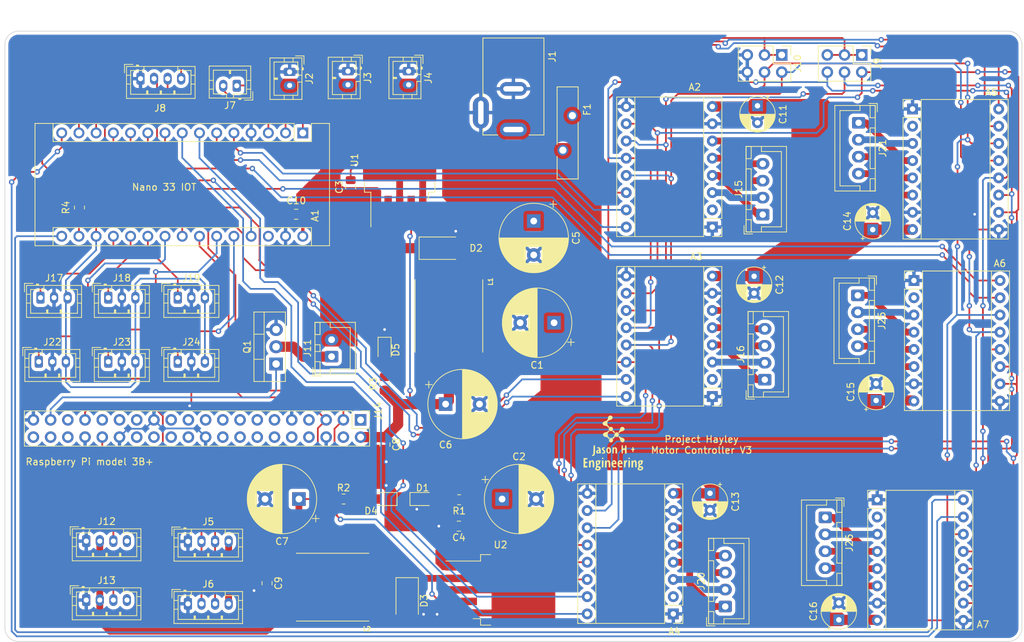
<source format=kicad_pcb>
(kicad_pcb (version 20211014) (generator pcbnew)
  (layers (0 "F.Cu" signal) (31 "B.Cu" signal) (34 "B.Paste" user) (35 "F.Paste" user) (36 "B.SilkS" user "B.Silkscreen") (37 "F.SilkS" user "F.Silkscreen") (38 "B.Mask" user) (39 "F.Mask" user) (44 "Edge.Cuts" user))
  (net 0 "")
  (net 1 "/P1")
  (net 2 "/P2")
  (net 3 "/P3")
  (net 4 "GND")
  (net 5 "/P5")
  (net 6 "/P6")
  (net 7 "/P7")
  (net 8 "/P8")
  (net 9 "/P9")
  (net 10 "/P10")
  (net 11 "/P11")
  (net 12 "/P12")
  (net 13 "/P13")
  (net 14 "/P14")
  (net 15 "/P15")
  (net 16 "/P16")
  (net 17 "Net-(A1-Pad17)")
  (net 18 "/P18")
  (net 19 "/P19")
  (net 20 "/P20")
  (net 21 "/P21")
  (net 22 "/P22")
  (net 23 "/P23")
  (net 24 "/P24")
  (net 25 "/P25")
  (net 26 "/P26")
  (net 27 "/P27")
  (net 29 "/P30")
  (net 31 "/M22")
  (net 32 "/M21")
  (net 33 "/M23")
  (net 34 "/M24")
  (net 35 "/MC0")
  (net 36 "/MC1")
  (net 37 "/MC2")
  (net 39 "/M32")
  (net 40 "/M31")
  (net 41 "/M33")
  (net 42 "/M34")
  (net 44 "/M52")
  (net 45 "/M51")
  (net 46 "/M53")
  (net 47 "/M54")
  (net 49 "/M42")
  (net 50 "/M41")
  (net 51 "/M43")
  (net 52 "/M44")
  (net 54 "/M12")
  (net 55 "/M11")
  (net 56 "/M13")
  (net 57 "/M14")
  (net 58 "/5V_pi")
  (net 59 "Net-(F1-Pad1)")
  (net 60 "/P17")
  (net 61 "Net-(J11-Pad1)")
  (net 62 "/P32")
  (net 64 "/P33")
  (net 91 "/P37")
  (net 94 "Net-(D1-Pad2)")
  (net 95 "/5V_others")
  (net 96 "/MC_RST")
  (net 97 "/MC_SLP")
  (net 99 "/M62")
  (net 100 "/M61")
  (net 101 "/M63")
  (net 102 "/M64")
  (net 103 "Net-(D2-Pad1)")
  (net 104 "Net-(D3-Pad1)")
  (net 105 "Net-(D4-Pad2)")
  (net 106 "Net-(D5-Pad2)")
  (footprint "Capacitor_SMD:C_0805_2012Metric_Pad1.18x1.45mm_HandSolder" (layer "F.Cu") (at 120.9625 76 180)
    (fp_text reference "C10")
    (fp_text value "0.1uF")
  )
  (footprint "Diode_SMD:D_SMA" (layer "F.Cu") (at 142.5 81)
    (fp_text reference "D2")
    (fp_text value "B140-E3")
  )
  (footprint "Capacitor_THT:CP_Radial_D5.0mm_P2.50mm" (layer "F.Cu") (at 206.5 103.465113 90)
    (fp_text reference "C15")
    (fp_text value "100uF")
  )
  (footprint "Capacitor_THT:CP_Radial_D10.0mm_P5.00mm" (layer "F.Cu") (at 143 104)
    (fp_text reference "C6")
    (fp_text value "470uF")
  )
  (footprint "Littelfuse_RGEF_resettable_fuse:FUSRB510W81L1358T310H1980" (layer "F.Cu") (at 161 64 -90)
    (fp_text reference "F1")
    (fp_text value "Fuse")
  )
  (footprint "Resistor_SMD:R_0805_2012Metric_Pad1.20x1.40mm_HandSolder" (layer "F.Cu") (at 89 75 -90)
    (fp_text reference "R4")
    (fp_text value "R")
  )
  (footprint "Connector_JST:JST_PH_B3B-PH-K_1x03_P2.00mm_Vertical" (layer "F.Cu") (at 93.25 88.3)
    (fp_text reference "J18")
    (fp_text value "Conn_01x03_Female")
  )
  (footprint "LED_SMD:LED_0805_2012Metric_Pad1.15x1.40mm_HandSolder" (layer "F.Cu") (at 134 96 -90)
    (fp_text reference "D5")
    (fp_text value "Blue_LED_3V")
  )
  (footprint "Capacitor_THT:CP_Radial_D5.0mm_P2.50mm" (layer "F.Cu") (at 188.5 85.144888 -90)
    (fp_text reference "C12")
    (fp_text value "100uF")
  )
  (footprint "Connector_JST:JST_PH_B2B-PH-K_1x02_P2.00mm_Vertical" (layer "F.Cu") (at 120 55 -90)
    (fp_text reference "J2")
    (fp_text value "Conn_01x02_Female")
  )
  (footprint "Capacitor_THT:CP_Radial_D10.0mm_P5.00mm" (layer "F.Cu") (at 121.367677 118 180)
    (fp_text reference "C7")
    (fp_text value "470uF")
  )
  (footprint "Module:Arduino_Nano" (layer "F.Cu") (at 121.94 64 -90)
    (fp_text reference "A1")
    (fp_text value "Arduino_Nano_33_IoT")
  )
  (footprint "Module:Pololu_Breakout-16_15.2x20.3mm" (layer "F.Cu") (at 206.66 118.11)
    (fp_text reference "A7")
    (fp_text value "Pololu_Breakout_DRV8825")
  )
  (footprint "my_logo:my_logo_10mm" (layer "F.Cu") (at 167.75 109.75)
    (fp_text reference "G***" hide)
    (fp_text value "LOGO" hide)
  )
  (footprint "Barrel Jack:NINIGI_DC-005" (layer "F.Cu") (at 153 61 -90)
    (fp_text reference "J1")
    (fp_text value "9-12 V")
  )
  (footprint "Capacitor_THT:CP_Radial_D5.0mm_P2.50mm" (layer "F.Cu") (at 182 117.15 -90)
    (fp_text reference "C13")
    (fp_text value "100uF")
  )
  (footprint "Connector_JST:JST_PH_B4B-PH-K_1x04_P2.00mm_Vertical" (layer "F.Cu") (at 90 132.9)
    (fp_text reference "J13")
    (fp_text value "Conn_01x04_Female")
  )
  (footprint "Connector_JST:JST_PH_B4B-PH-K_1x04_P2.00mm_Vertical" (layer "F.Cu") (at 105 133.45)
    (fp_text reference "J6")
    (fp_text value "Conn_01x04_Female")
  )
  (footprint "Connector_JST:JST_XH_B4B-XH-A_1x04_P2.50mm_Vertical" (layer "F.Cu") (at 189.775 76.05 90)
    (fp_text reference "J15")
    (fp_text value "Conn_01x04_Female")
  )
  (footprint "Capacitor_THT:CP_Radial_D5.0mm_P2.50mm" (layer "F.Cu") (at 206 78.265113 90)
    (fp_text reference "C14")
    (fp_text value "100uF")
  )
  (footprint "Connector_JST:JST_XH_B2B-XH-A_1x02_P2.50mm_Vertical" (layer "F.Cu") (at 126.185 96.995 90)
    (fp_text reference "J11")
    (fp_text value "Conn_01x02_Female")
  )
  (footprint "Panasonic_SMD_Inductor:IND_ETQP5M470YFC" (layer "F.Cu") (at 126.330177 131 180)
    (fp_text reference "L2")
    (fp_text value "ETQP5M470YFC")
  )
  (footprint "Capacitor_THT:CP_Radial_D10.0mm_P5.00mm" (layer "F.Cu") (at 159 92 180)
    (fp_text reference "C1")
    (fp_text value "470uF")
  )
  (footprint "Connector_JST:JST_PH_B4B-PH-K_1x04_P2.00mm_Vertical" (layer "F.Cu") (at 98 56)
    (fp_text reference "J8")
    (fp_text value "Conn_01x04_Female")
  )
  (footprint "Capacitor_THT:CP_Radial_D10.0mm_P5.00mm" (layer "F.Cu") (at 156 77 -90)
    (fp_text reference "C5")
    (fp_text value "1000uF")
  )
  (footprint "Module:Pololu_Breakout-16_15.2x20.3mm" (layer "F.Cu") (at 182.34 102.89 180)
    (fp_text reference "A3")
    (fp_text value "Pololu_Breakout_DRV8825")
  )
  (footprint "Resistor_SMD:R_0805_2012Metric_Pad1.20x1.40mm_HandSolder" (layer "F.Cu") (at 134 101 90)
    (fp_text reference "R3")
    (fp_text value "100 Ohm")
  )
  (footprint "Resistor_SMD:R_0805_2012Metric_Pad1.20x1.40mm_HandSolder" (layer "F.Cu") (at 127.955177 118)
    (fp_text reference "R2")
    (fp_text value "100 Ohm")
  )
  (footprint "Capacitor_SMD:C_0805_2012Metric_Pad1.18x1.45mm_HandSolder" (layer "F.Cu") (at 134.055 109.9625 -90)
    (fp_text reference "C8")
    (fp_text value "0.1uF")
  )
  (footprint "Connector_JST:JST_PH_B3B-PH-K_1x03_P2.00mm_Vertical" (layer "F.Cu") (at 103.5 88.3)
    (fp_text reference "J19")
    (fp_text value "Conn_01x03_Female")
  )
  (footprint "Connector_PinHeader_2.54mm:PinHeader_2x03_P2.54mm_Vertical" (layer "F.Cu") (at 192.58 52.5 -90)
    (fp_text reference "J10")
    (fp_text value "Conn_02x03_Odd_Even")
  )
  (footprint "Package_TO_SOT_SMD:TO-263-5_TabPin3" (layer "F.Cu") (at 151.105177 131.4)
    (fp_text reference "U2")
    (fp_text value "TS2596CM550 RNG")
  )
  (footprint "Connector_JST:JST_PH_B4B-PH-K_1x04_P2.00mm_Vertical" (layer "F.Cu") (at 105 124.25)
    (fp_text reference "J5")
    (fp_text value "Conn_01x04_Female")
  )
  (footprint "Connector_JST:JST_XH_B4B-XH-A_1x04_P2.50mm_Vertical" (layer "F.Cu") (at 203.915 62.51 -90)
    (fp_text reference "J21")
    (fp_text value "Conn_01x04_Female")
  )
  (footprint "Capacitor_SMD:C_0805_2012Metric_Pad1.18x1.45mm_HandSolder" (layer "F.Cu") (at 129 72 90)
    (fp_text reference "C3")
    (fp_text value "0.1uF")
  )
  (footprint "Resistor_SMD:R_0805_2012Metric_Pad1.20x1.40mm_HandSolder" (layer "F.Cu") (at 145 118.1 180)
    (fp_text reference "R1")
    (fp_text value "500 Ohm")
  )
  (footprint "Connector_JST:JST_XH_B4B-XH-A_1x04_P2.50mm_Vertical" (layer "F.Cu") (at 203.79 87.96 -90)
    (fp_text reference "J25")
    (fp_text value "Conn_01x04_Female")
  )
  (footprint "Panasonic_SMD_Inductor:IND_ETQP5M470YFC" (layer "F.Cu") (at 143.480177 91 -90)
    (fp_text reference "L1")
    (fp_text value "ETQP5M470YFC")
  )
  (footprint "Connector_JST:JST_XH_B4B-XH-A_1x04_P2.50mm_Vertical" (layer "F.Cu") (at 199 120.704887 -90)
    (fp_text reference "J26")
    (fp_text value "Conn_01x04_Female")
  )
  (footprint "Capacitor_THT:CP_Radial_D10.0mm_P5.00mm" (layer "F.Cu") (at 151.330177 118)
    (fp_text reference "C2")
    (fp_text value "470uF")
  )
  (footprint "LED_SMD:LED_0805_2012Metric_Pad1.15x1.40mm_HandSolder" (layer "F.Cu") (at 139.6 118)
    (fp_text reference "D1")
    (fp_text value "Red_LED_2V")
  )
  (footprint "Connector_JST:JST_PH_B4B-PH-K_1x04_P2.00mm_Vertical" (layer "F.Cu") (at 90 124.2)
    (fp_text reference "J12")
    (fp_text value "Conn_01x04_Female")
  )
  (footprint "Connector_JST:JST_XH_B4B-XH-A_1x04_P2.50mm_Vertical" (layer "F.Cu") (at 190.075 100.4 90)
    (fp_text reference "J16")
    (fp_text value "Conn_01x04_Female")
  )
  (footprint "Connector_PinHeader_2.54mm:PinHeader_2x20_P2.54mm_Vertical" (layer "F.Cu") (at 130.465 106.325 -90)
    (fp_text reference "J14")
    (fp_text value "Conn_02x20_Odd_Even")
  )
  (footprint "Capacitor_SMD:C_0805_2012Metric_Pad1.18x1.45mm_HandSolder" (layer "F.Cu") (at 144.9625 122 180)
    (fp_text reference "C4")
    (fp_text value "0.1uF")
  )
  (footprint "Package_TO_SOT_SMD:TO-263-5_TabPin3" (layer "F.Cu") (at 136.225 69.8 90)
    (fp_text reference "U1")
    (fp_text value "TS2596CM550 RNG")
  )
  (footprint "Connector_JST:JST_PH_B2B-PH-K_1x02_P2.00mm_Vertical" (layer "F.Cu") (at 128.6 54.9 -90)
    (fp_text reference "J3")
    (fp_text value "Conn_01x02_Female")
  )
  (footprint "Connector_JST:JST_PH_B3B-PH-K_1x03_P2.00mm_Vertical" (layer "F.Cu") (at 83.25 88.3)
    (fp_text reference "J17")
    (fp_text value "Conn_01x03_Female")
  )
  (footprint "Capacitor_THT:CP_Radial_D5.0mm_P2.50mm" (layer "F.Cu") (at 189 60 -90)
    (fp_text reference "C11")
    (fp_text value "100uF")
  )
  (footprint "Package_TO_SOT_THT:TO-220-3_Vertical" (layer "F.Cu") (at 118 98.08 90)
    (fp_text reference "Q1")
    (fp_text value "Q_NPN_BCE")
  )
  (footprint "Connector_JST:JST_PH_B3B-PH-K_1x03_P2.00mm_Vertical" (layer "F.Cu") (at 83 97.75)
    (fp_text reference "J22")
    (fp_text value "Conn_01x03_Female")
  )
  (footprint "Connector_JST:JST_PH_B2B-PH-K_1x02_P2.00mm_Vertical" (layer "F.Cu") (at 112.2 57.05 180)
    (fp_text reference "J7")
    (fp_text value "Conn_01x02_Female")
  )
  (footprint "Capacitor_SMD:C_0805_2012Metric_Pad1.18x1.45mm_HandSolder" (layer "F.Cu") (at 116.669823 130.4125 -90)
    (fp_text reference "C9")
    (fp_text value "0.1uF")
  )
  (footprint "Module:Pololu_Breakout-16_15.2x20.3mm" (layer "F.Cu") (at 212.075 85.77)
    (fp_text reference "A6")
    (fp_text value "Pololu_Breakout_DRV8825")
  )
  (footprint "Connector_JST:JST_PH_B3B-PH-K_1x03_P2.00mm_Vertical" (layer "F.Cu") (at 103.5 97.75)
    (fp_text reference "J24")
    (fp_text value "Conn_01x03_Female")
  )
  (footprint "Diode_SMD:D_SMA" (layer "F.Cu") (at 137.330177 133 -90)
    (fp_text reference "D3")
    (fp_text value "B140-E3")
  )
  (footprint "Module:Pololu_Breakout-16_15.2x20.3mm" (layer "F.Cu") (at 211.875 60.47)
    (fp_text reference "A5")
    (fp_text value "Pololu_Breakout_DRV8825")
  )
  (footprint "Module:Pololu_Breakout-16_15.2x20.3mm" (layer "F.Cu") (at 182.34 77.89 180)
    (fp_text reference "A2")
    (fp_text value "Pololu_Breakout_DRV8825")
  )
  (footprint "Connector_JST:JST_PH_B3B-PH-K_1x03_P2.00mm_Vertical" (layer "F.Cu") (at 93.25 97.75)
    (fp_text reference "J23")
    (fp_text value "Conn_01x03_Female")
  )
  (footprint "Connector_PinHeader_2.54mm:PinHeader_2x03_P2.54mm_Vertical" (layer "F.Cu") (at 204.38 52.5 -90)
    (fp_text reference "J9")
    (fp_text value "Conn_02x03_Odd_Even")
  )
  (footprint "LED_SMD:LED_0805_2012Metric_Pad1.15x1.40mm_HandSolder" (layer "F.Cu") (at 133.980177 118 180)
    (fp_text reference "D4")
    (fp_text value "Blue_LED_3V")
  )
  (footprint "Module:Pololu_Breakout-16_15.2x20.3mm" (layer "F.Cu") (at 176.585 134.94 180)
    (fp_text reference "A4")
    (fp_text value "Pololu_Breakout_DRV8825")
  )
  (footprint "Connector_JST:JST_PH_B2B-PH-K_1x02_P2.00mm_Vertical" (layer "F.Cu") (at 137.55 54.9 -90)
    (fp_text reference "J4")
    (fp_text value "Conn_01x02_Female")
  )
  (footprint "Capacitor_THT:CP_Radial_D5.0mm_P2.50mm" (layer "F.Cu") (at 201 135.815113 90)
    (fp_text reference "C16")
    (fp_text value "100uF")
  )
  (footprint "Connector_JST:JST_XH_B4B-XH-A_1x04_P2.50mm_Vertical" (layer "F.Cu") (at 184.245 133.85 90)
    (fp_text reference "J20")
    (fp_text value "Conn_01x04_Female")
  )
  (gr_arc (start 78 51) (mid 78.585786 49.585786) (end 80 49) (layer "Edge.Cuts") (width 0.1))
  (gr_line (start 78 51) (end 78 137) (layer "Edge.Cuts") (width 0.1))
  (gr_arc (start 228 137) (mid 227.414214 138.414214) (end 226 139) (layer "Edge.Cuts") (width 0.1))
  (gr_arc (start 80 139) (mid 78.585786 138.414214) (end 78 137) (layer "Edge.Cuts") (width 0.1))
  (gr_line (start 226 49) (end 80 49) (layer "Edge.Cuts") (width 0.1))
  (gr_arc (start 226 49) (mid 227.414214 49.585786) (end 228 51) (layer "Edge.Cuts") (width 0.1))
  (gr_line (start 80 139) (end 226 139) (layer "Edge.Cuts") (width 0.1))
  (gr_line (start 228 137) (end 228 51) (layer "Edge.Cuts") (width 0.1))
  (gr_text "Raspberry Pi model 3B+" (at 90.5 112.5) (layer "F.SilkS") (effects (font (size 1 1))))
  (gr_text "Project Hayley\nMotor Controller V3" (at 180.75 110) (layer "F.SilkS") (effects (font (size 1 1))))
  (gr_text "Nano 33 IOT" (at 101.5 72) (layer "F.SilkS") (effects (font (size 1 1))))
  (segment (start 112.25 57) (end 112.2 57.05) (width 0.254) (layer "F.Cu") (net 1))
  (segment (start 121 61) (end 118 61) (width 0.254) (layer "F.Cu") (net 1))
  (segment (start 121.94 64) (end 121.94 61.94) (width 0.254) (layer "F.Cu") (net 1))
  (segment (start 118 61) (end 114 57) (width 0.254) (layer "F.Cu") (net 1))
  (segment (start 121.94 61.94) (end 121 61) (width 0.254) (layer "F.Cu") (net 1))
  (segment (start 114 57) (end 112.25 57) (width 0.254) (layer "F.Cu") (net 1))
  (segment (start 115 59.5) (end 117.5 62) (width 0.254) (layer "F.Cu") (net 2))
  (segment (start 119.4 62.6) (end 119.4 64) (width 0.254) (layer "F.Cu") (net 2))
  (segment (start 117.5 62) (end 119 62) (width 0.254) (layer "F.Cu") (net 2))
  (segment (start 110.2 57.05) (end 110.2 57.7) (width 0.254) (layer "F.Cu") (net 2))
  (segment (start 112 59.5) (end 115 59.5) (width 0.254) (layer "F.Cu") (net 2))
  (segment (start 110.2 57.7) (end 112 59.5) (width 0.254) (layer "F.Cu") (net 2))
  (segment (start 119 62) (end 119.5 62.5) (width 0.254) (layer "F.Cu") (net 2))
  (segment (start 119.5 62.5) (end 119.4 62.6) (width 0.254) (layer "F.Cu") (net 2))
  (segment (start 114.5 60.25) (end 102.5 60.25) (width 0.254) (layer "F.Cu") (net 3))
  (segment (start 102 59.75) (end 102 56) (width 0.254) (layer "F.Cu") (net 3))
  (segment (start 116.86 64) (end 116.86 62.61) (width 0.254) (layer "F.Cu") (net 3))
  (segment (start 102.5 60.25) (end 102 59.75) (width 0.254) (layer "F.Cu") (net 3))
  (segment (start 116.86 62.61) (end 114.5 60.25) (width 0.254) (layer "F.Cu") (net 3))
  (segment (start 129 69.5) (end 129.75 68.75) (width 0.254) (layer "F.Cu") (net 4))
  (segment (start 119.4 76.525) (end 119.925 76) (width 0.254) (layer "F.Cu") (net 4))
  (segment (start 105.5 104) (end 105.5 100.25) (width 0.254) (layer "F.Cu") (net 4))
  (segment (start 212.75 118.75) (end 212.75 135.5) (width 0.254) (layer "F.Cu") (net 4))
  (segment (start 145.330177 134.8) (end 151.080177 134.8) (width 1) (layer "F.Cu") (net 4))
  (segment (start 95.25 97.75) (end 95.25 99.75) (width 0.254) (layer "F.Cu") (net 4))
  (segment (start 135.005177 118) (end 135.005177 116.755177) (width 1) (layer "F.Cu") (net 4))
  (segment (start 114.8 131.45) (end 114.75 131.5) (width 0.254) (layer "F.Cu") (net 4))
  (segment (start 134.055 112.305) (end 134.25 112.5) (width 1) (layer "F.Cu") (net 4))
  (segment (start 138.575 118) (end 135.005177 118) (width 1) (layer "F.Cu") (net 4))
  (segment (start 221 76.0305) (end 221.0305 76) (width 0.254) (layer "F.Cu") (net 4))
  (segment (start 105.25 104.25) (end 105.5 104) (width 0.254) (layer "F.Cu") (net 4))
  (segment (start 139.625 75.575) (end 139.625 69.825) (width 1) (layer "F.Cu") (net 4))
  (segment (start 85 97.75) (end 85 100) (width 0.254) (layer "F.Cu") (net 4))
  (segment (start 116.669823 131.45) (end 114.8 131.45) (width 0.254) (layer "F.Cu") (net 4))
  (segment (start 221.25 78.25) (end 221 78) (width 0.254) (layer "F.Cu") (net 4))
  (segment (start 105.5 100.25) (end 105.5 97.75) (width 0.254) (layer "F.Cu") (net 4))
  (segment (start 144.5 81) (end 144.5 78.5) (width 0.254) (layer "F.Cu") (net 4))
  (segment (start 139.625 75.575) (end 141.575 75.575) (width 1) (layer "F.Cu") (net 4))
  (segment (start 139.75 135) (end 141.75 135) (width 1) (layer "F.Cu") (net 4))
  (segment (start 134.055 111) (end 134.055 112.305) (width 1) (layer "F.Cu") (net 4))
  (segment (start 143.925 122) (end 142 122) (width 1) (layer "F.Cu") (net 4))
  (segment (start 119.4 79.24) (end 119.4 76.525) (width 0.254) (layer "F.Cu") (net 4))
  (segment (start 138.575 118) (end 138.575 119.325) (width 1) (layer "F.Cu") (net 4))
  (segment (start 133.9 68.75) (end 136.225 66.425) (width 0.254) (layer "F.Cu") (net 4))
  (segment (start 95.75 100.25) (end 105.5 100.25) (width 0.254) (layer "F.Cu") (net 4))
  (segment (start 213.14 135.89) (end 219.36 135.89) (width 0.254) (layer "F.Cu") (net 4))
  (segment (start 221 78) (end 221 76.0305) (width 0.254) (layer "F.Cu") (net 4))
  (segment (start 134 94.975) (end 134 93) (width 0.254) (layer "F.Cu") (net 4))
  (segment (start 141.95 134.8) (end 141.75 135) (width 1) (layer "F.Cu") (net 4))
  (segment (start 139.625 69.825) (end 136.225 66.425) (width 1) (layer "F.Cu") (net 4))
  (segment (start 138.575 119.325) (end 138.75 119.5) (width 1) (layer "F.Cu") (net 4))
  (segment (start 145.330177 134.8) (end 141.95 134.8) (width 1) (layer "F.Cu") (net 4))
  (segment (start 212.75 135.5) (end 213.14 135.89) (width 0.254) (layer "F.Cu") (net 4))
  (segment (start 129 70.9625) (end 129 69.5) (width 0.254) (layer "F.Cu") (net 4))
  (segment (start 154.480177 131.4) (end 145.330177 131.4) (width 1) (layer "F.Cu") (net 4))
  (segment (start 129.75 68.75) (end 133.9 68.75) (width 0.254) (layer "F.Cu") (net 4))
  (segment (start 206.66 118.11) (end 212.11 118.11) (width 0.254) (layer "F.Cu") (net 4))
  (segment (start 95.25 99.75) (end 95.75 100.25) (width 0.254) (layer "F.Cu") (net 4))
  (segment (start 137.330177 135) (end 139.75 135) (width 1) (layer "F.Cu") (net 4))
  (segment (start 85.25 100.25) (end 95.75 100.25) (width 0.254) (layer "F.Cu") (net 4))
  (segment (start 151.080177 134.8) (end 154.480177 131.4) (width 1) (layer "F.Cu") (net 4))
  (segment (start 212.11 118.11) (end 212.75 118.75) (width 0.254) (layer "F.Cu") (net 4))
  (segment (start 85 100) (end 85.25 100.25) (width 0.254) (layer "F.Cu") (net 4))
  (segment (start 224.575 78.25) (end 221.25 78.25) (width 0.254) (layer "F.Cu") (net 4))
  (segment (start 141.575 75.575) (end 144.5 78.5) (width 1) (layer "F.Cu") (net 4))
  (segment (start 136.225 75.575) (end 136.225 66.425) (width 1) (layer "F.Cu") (net 4))
  (segment (start 135.005177 116.755177) (end 134.25 116) (width 1) (layer "F.Cu") (net 4))
  (via (at 221.0305 76) (size 0.8) (drill 0.4) (layers "F.Cu" "B.Cu") (net 4))
  (via (at 139.75 135) (size 0.8) (drill 0.4) (layers "F.Cu" "B.Cu") (net 4))
  (via (at 129.75 68.75) (size 0.8) (drill 0.4) (layers "F.Cu" "B.Cu") (net 4))
  (via (at 138.75 119.5) (size 0.8) (drill 0.4) (layers "F.Cu" "B.Cu") (net 4))
  (via (at 134 93) (size 0.8) (drill 0.4) (layers "F.Cu" "B.Cu") (net 4))
  (via (at 114.75 131.5) (size 0.8) (drill 0.4) (layers "F.Cu" "B.Cu") (net 4))
  (via (at 144.5 78.5) (size 0.8) (drill 0.4) (layers "F.Cu" "B.Cu") (net 4))
  (via (at 134.25 116) (size 0.8) (drill 0.4) (layers "F.Cu" "B.Cu") (net 4))
  (via (at 141.75 135) (size 0.8) (drill 0.4) (layers "F.Cu" "B.Cu") (net 4))
  (via (at 105.25 104.25) (size 0.8) (drill 0.4) (layers "F.Cu" "B.Cu") (net 4))
  (via (at 134.25 112.5) (size 0.8) (drill 0.4) (layers "F.Cu" "B.Cu") (net 4))
  (via (at 142 122) (size 0.8) (drill 0.4) (layers "F.Cu" "B.Cu") (net 4))
  (segment (start 106.330793 107.590793) (end 107.605 108.865) (width 0.254) (layer "B.Cu") (net 4))
  (segment (start 98.676 107.634) (end 99.985 106.325) (width 0.254) (layer "B.Cu") (net 4))
  (segment (start 99.985 106.325) (end 99.985 105.265) (width 0.254) (layer "B.Cu") (net 4))
  (segment (start 99.985 106.325) (end 101.250793 107.590793) (width 0.254) (layer "B.Cu") (net 4))
  (segment (start 101 104.25) (end 105.25 104.25) (width 0.254) (layer "B.Cu") (net 4))
  (segment (start 100.75 104.5) (end 101 104.25) (width 0.254) (layer "B.Cu") (net 4))
  (segment (start 101.250793 107.590793) (end 106.330793 107.590793) (width 0.254) (layer "B.Cu") (net 4))
  (segment (start 94.905 108.865) (end 96.136 107.634) (width 0.254) (layer "B.Cu") (net 4))
  (segment (start 220.7405 75.71) (end 221.0305 76) (width 0.254) (layer "B.Cu") (net 4))
  (segment (start 99.985 105.265) (end 100.75 104.5) (width 0.254) (layer "B.Cu") (net 4))
  (segment (start 96.136 107.634) (end 98.676 107.634) (width 0.254) (layer "B.Cu") (net 4))
  (segment (start 211.875 75.71) (end 220.7405 75.71) (width 0.254) (layer "B.Cu") (net 4))
  (segment (start 112.75 66.946497) (end 111.78 65.976497) (width 0.254) (layer "F.Cu") (net 5))
  (segment (start 111.78 65.976497) (end 111.78 64) (width 0.254) (layer "F.Cu") (net 5))
  (via (at 112.75 66.946497) (size 0.8) (drill 0.4) (layers "F.Cu" "B.Cu") (net 5))
  (segment (start 159.5 70) (end 119 70) (width 0.254) (layer "B.Cu") (net 5))
  (segment (start 164.85 75.35) (end 163 73.5) (width 0.254) (layer "B.Cu") (net 5))
  (segment (start 169.64 75.35) (end 164.85 75.35) (width 0.254) (layer "B.Cu") (net 5))
  (segment (start 115.946497 66.946497) (end 112.75 66.946497) (width 0.254) (layer "B.Cu") (net 5))
  (segment (start 119 70) (end 115.946497 66.946497) (width 0.254) (layer "B.Cu") (net 5))
  (segment (start 163 73.5) (end 159.5 70) (width 0.254) (layer "B.Cu") (net 5))
  (segment (start 109.24 66.99) (end 109.24 64) (width 0.254) (layer "F.Cu") (net 6))
  (segment (start 112.75 68) (end 110.25 68) (width 0.254) (layer "F.Cu") (net 6))
  (segment (start 110.25 68) (end 109.24 66.99) (width 0.254) (layer "F.Cu") (net 6))
  (via (at 112.75 68) (size 0.8) (drill 0.4) (layers "F.Cu" "B.Cu") (net 6))
  (segment (start 159.25 71) (end 149 71) (width 0.254) (layer "B.Cu") (net 6))
  (segment (start 116.75 69.25) (end 115.5 68) (width 0.254) (layer "B.Cu") (net 6))
  (segment (start 115.5 68) (end 112.75 68) (width 0.254) (layer "B.Cu") (net 6))
  (segment (start 166.14 77.89) (end 162.25 74) (width 0.254) (layer "B.Cu") (net 6))
  (segment (start 118.5 71) (end 116.75 69.25) (width 0.254) (layer "B.Cu") (net 6))
  (segment (start 169.64 77.89) (end 166.14 77.89) (width 0.254) (layer "B.Cu") (net 6))
  (segment (start 162.25 74) (end 159.25 71) (width 0.254) (layer "B.Cu") (net 6))
  (segment (start 149 71) (end 118.5 71) (width 0.254) (layer "B.Cu") (net 6))
  (segment (start 136.75 116) (end 136.75 109.75) (width 0.254) (layer "F.Cu") (net 7))
  (via (at 136.75 116) (size 0.8) (drill 0.4) (layers "F.Cu" "B.Cu") (net 7))
  (via (at 136.75 109.75) (size 0.8) (drill 0.4) (layers "F.Cu" "B.Cu") (net 7))
  (segment (start 115.650792 85.400792) (end 115.650792 76.650792) (width 0.254) (layer "B.Cu") (net 7))
  (segment (start 135 117.75) (end 136.75 116) (width 0.254) (layer "B.Cu") (net 7))
  (segment (start 136.75 109.75) (end 134.75 107.75) (width 0.254) (layer "B.Cu") (net 7))
  (segment (start 163.885 132.4) (end 147.65 132.4) (width 0.254) (layer "B.Cu") (net 7))
  (segment (start 135 119.75) (end 135 117.75) (width 0.254) (layer "B.Cu") (net 7))
  (segment (start 116.25 86) (end 115.650792 85.400792) (width 0.254) (layer "B.Cu") (net 7))
  (segment (start 134.75 104.25) (end 130 99.5) (width 0.254) (layer "B.Cu") (net 7))
  (segment (start 121.25 89) (end 118.25 86) (width 0.254) (layer "B.Cu") (net 7))
  (segment (start 147.65 132.4) (end 135 119.75) (width 0.254) (layer "B.Cu") (net 7))
  (segment (start 121.25 97.75) (end 121.25 89) (width 0.254) (layer "B.Cu") (net 7))
  (segment (start 123 99.5) (end 121.25 97.75) (width 0.254) (layer "B.Cu") (net 7))
  (segment (start 118.25 86) (end 116.25 86) (width 0.254) (layer "B.Cu") (net 7))
  (segment (start 134.75 107.75) (end 134.75 104.25) (width 0.254) (layer "B.Cu") (net 7))
  (segment (start 130 99.5) (end 123 99.5) (width 0.254) (layer "B.Cu") (net 7))
  (segment (start 106.7 67.7) (end 106.7 64) (width 0.254) (layer "B.Cu") (net 7))
  (segment (start 115.650792 76.650792) (end 106.7 67.7) (width 0.254) (layer "B.Cu") (net 7))
  (segment (start 114.25 87) (end 117.75 87) (width 0.254) (layer "B.Cu") (net 8))
  (segment (start 148.44 134.94) (end 163.885 134.94) (width 0.254) (layer "B.Cu") (net 8))
  (segment (start 120.25 98.5) (end 122.5 100.75) (width 0.254) (layer "B.Cu") (net 8))
  (segment (start 117.75 87) (end 120.25 89.5) (width 0.254) (layer "B.Cu") (net 8))
  (segment (start 133.469 104.719) (end 133.469 119.969) (width 0.254) (layer "B.Cu") (net 8))
  (segment (start 113.139 76.639) (end 113.139 85.889) (width 0.254) (layer "B.Cu") (net 8))
  (segment (start 104.16 67.66) (end 113.139 76.639) (width 0.254) (layer "B.Cu") (net 8))
  (segment (start 104.16 64) (end 104.16 67.66) (width 0.254) (layer "B.Cu") (net 8))
  (segment (start 120.25 89.5) (end 120.25 98.5) (width 0.254) (layer "B.Cu") (net 8))
  (segment (start 122.5 100.75) (end 129.5 100.75) (width 0.254) (layer "B.Cu") (net 8))
  (segment (start 113.139 85.889) (end 114.25 87) (width 0.254) (layer "B.Cu") (net 8))
  (segment (start 129.5 100.75) (end 133.469 104.719) (width 0.254) (layer "B.Cu") (net 8))
  (segment (start 133.469 119.969) (end 148.44 134.94) (width 0.254) (layer "B.Cu") (net 8))
  (segment (start 102 69) (end 102.25 69.25) (width 0.254) (layer "F.Cu") (net 9))
  (segment (start 102.25 69.25) (end 114.5 69.25) (width 0.254) (layer "F.Cu") (net 9))
  (segment (start 216.25 82) (end 220.25 86) (width 0.254) (layer "F.Cu") (net 9))
  (segment (start 101.62 68.62) (end 102 69) (width 0.254) (layer "F.Cu") (net 9))
  (segment (start 221.06 88.31) (end 220.25 87.5) (width 0.254) (layer "F.Cu") (net 9))
  (segment (start 101.62 64) (end 101.62 68.62) (width 0.254) (layer "F.Cu") (net 9))
  (segment (start 224.775 88.31) (end 221.06 88.31) (width 0.254) (layer "F.Cu") (net 9))
  (segment (start 220.25 86) (end 220.25 87.5) (width 0.254) (layer "F.Cu") (net 9))
  (via (at 216.25 82) (size 0.8) (drill 0.4) (layers "F.Cu" "B.Cu") (net 9))
  (via (at 114.5 69.25) (size 0.8) (drill 0.4) (layers "F.Cu" "B.Cu") (net 9))
  (segment (start 158.75 73.5) (end 166.25 81) (width 0.254) (layer "B.Cu") (net 9))
  (segment (start 166.25 81) (end 167.25 82) (width 0.254) (layer "B.Cu") (net 9))
  (segment (start 167.25 82) (end 216.25 82) (width 0.254) (layer "B.Cu") (net 9))
  (segment (start 118.75 73.5) (end 156.25 73.5) (width 0.254) (layer "B.Cu") (net 9))
  (segment (start 156.25 73.5) (end 158.75 73.5) (width 0.254) (layer "B.Cu") (net 9))
  (segment (start 114.5 69.25) (end 118.75 73.5) (width 0.254) (layer "B.Cu") (net 9))
  (segment (start 119 72.25) (end 100 72.25) (width 0.254) (layer "F.Cu") (net 10))
  (segment (start 224.775 85.77) (end 221.27 85.77) (width 0.254) (layer "F.Cu") (net 10))
  (segment (start 99.08 71.33) (end 99.08 64) (width 0.254) (layer "F.Cu") (net 10))
  (segment (start 221.27 85.77) (end 216.25 80.75) (width 0.254) (layer "F.Cu") (net 10))
  (segment (start 100 72.25) (end 99.08 71.33) (width 0.254) (layer "F.Cu") (net 10))
  (via (at 216.25 80.75) (size 0.8) (drill 0.4) (layers "F.Cu" "B.Cu") (net 10))
  (via (at 119 72.25) (size 0.8) (drill 0.4) (layers "F.Cu" "B.Cu") (net 10))
  (segment (start 159 72.25) (end 119 72.25) (width 0.254) (layer "B.Cu") (net 10))
  (segment (start 167.5 80.75) (end 159 72.25) (width 0.254) (layer "B.Cu") (net 10))
  (segment (start 216.25 80.75) (end 167.5 80.75) (width 0.254) (layer "B.Cu") (net 10))
  (segment (start 123.5 88) (end 119.25 83.75) (width 0.254) (layer "F.Cu") (net 11))
  (segment (start 115.564208 77.935793) (end 112.628415 75) (width 0.254) (layer "F.Cu") (net 11))
  (segment (start 112.628415 75) (end 97.75 75) (width 0.254) (layer "F.Cu") (net 11))
  (segment (start 115.564208 82.685792) (end 115.564208 77.935793) (width 0.254) (layer "F.Cu") (net 11))
  (segment (start 147 107.5) (end 138.75 107.5) (width 0.254) (layer "F.Cu") (net 11))
  (segment (start 96.54 64) (end 96.54 73.79) (width 0.254) (layer "F.Cu") (net 11))
  (segment (start 119.25 83.75) (end 119 83.5) (width 0.254) (layer "F.Cu") (net 11))
  (segment (start 119 83.5) (end 116.25 83.5) (width 0.254) (layer "F.Cu") (net 11))
  (segment (start 147.146205 107.5) (end 147 107.5) (width 0.254) (layer "F.Cu") (net 11))
  (segment (start 115.5 82.75) (end 115.564208 82.685792) (width 0.254) (layer "F.Cu") (net 11))
  (segment (start 96.54 73.79) (end 97.75 75) (width 0.254) (layer "F.Cu") (net 11))
  (segment (start 151.974854 102.671351) (end 147.146205 107.5) (width 0.254) (layer "F.Cu") (net 11))
  (segment (start 116.25 83.5) (end 115.5 82.75) (width 0.254) (layer "F.Cu") (net 11))
  (via (at 138.75 107.5) (size 0.8) (drill 0.4) (layers "F.Cu" "B.Cu") (net 11))
  (via (at 151.974854 102.671351) (size 0.8) (drill 0.4) (layers "F.Cu" "B.Cu") (net 11))
  (via (at 123.5 88) (size 0.8) (drill 0.4) (layers "F.Cu" "B.Cu") (net 11))
  (segment (start 131.25 95.75) (end 123.5 88) (width 0.254) (layer "B.Cu") (net 11))
  (segment (start 138.75 105.5) (end 135.25 102) (width 0.254) (layer "B.Cu") (net 11))
  (segment (start 154.296205 100.35) (end 151.974854 102.671351) (width 0.254) (layer "B.Cu") (net 11))
  (segment (start 138.75 107.5) (end 138.75 105.5) (width 0.254) (layer "B.Cu") (net 11))
  (segment (start 135.25 102) (end 131.25 98) (width 0.254) (layer "B.Cu") (net 11))
  (segment (start 131.25 98) (end 131.25 95.75) (width 0.254) (layer "B.Cu") (net 11))
  (segment (start 169.64 100.35) (end 154.296205 100.35) (width 0.254) (layer "B.Cu") (net 11))
  (segment (start 94 64) (end 94 74) (width 0.254) (layer "F.Cu") (net 12))
  (segment (start 138.25 108.5) (end 147.25 108.5) (width 0.254) (layer "F.Cu") (net 12))
  (segment (start 107.75 75.75) (end 110 75.75) (width 0.254) (layer "F.Cu") (net 12))
  (segment (start 118.5 84.25) (end 123.5 89.25) (width 0.254) (layer "F.Cu") (net 12))
  (segment (start 113.139 78.889) (end 113.139 82.389) (width 0.254) (layer "F.Cu") (net 12))
  (segment (start 95 75) (end 95.75 75.75) (width 0.254) (layer "F.Cu") (net 12))
  (segment (start 110 75.75) (end 113.139 78.889) (width 0.254) (layer "F.Cu") (net 12))
  (segment (start 147.25 108.5) (end 152 103.75) (width 0.254) (layer "F.Cu") (net 12))
  (segment (start 113.25 82.5) (end 115 84.25) (width 0.254) (layer "F.Cu") (net 12))
  (segment (start 95.75 75.75) (end 107.75 75.75) (width 0.254) (layer "F.Cu") (net 12))
  (segment (start 118 84.25) (end 118.5 84.25) (width 0.254) (layer "F.Cu") (net 12))
  (segment (start 115 84.25) (end 118 84.25) (width 0.254) (layer "F.Cu") (net 12))
  (segment (start 94 74) (end 95 75) (width 0.254) (layer "F.Cu") (net 12))
  (segment (start 113.139 82.389) (end 113.25 82.5) (width 0.254) (layer "F.Cu") (net 12))
  (via (at 138.25 108.5) (size 0.8) (drill 0.4) (layers "F.Cu" "B.Cu") (net 12))
  (via (at 152 103.75) (size 0.8) (drill 0.4) (layers "F.Cu" "B.Cu") (net 12))
  (via (at 123.5 89.25) (size 0.8) (drill 0.4) (layers "F.Cu" "B.Cu") (net 12))
  (segment (start 137.647414 105.647414) (end 137.647414 107.897414) (width 0.254) (layer "B.Cu") (net 12))
  (segment (start 123.5 89.25) (end 130.5 96.25) (width 0.254) (layer "B.Cu") (net 12))
  (segment (start 130.5 96.25) (end 130.5 98.5) (width 0.254) (layer "B.Cu") (net 12))
  (segment (start 152 103.75) (end 152.86 102.89) (width 0.254) (layer "B.Cu") (net 12))
  (segment (start 137.647414 107.897414) (end 138.25 108.5) (width 0.254) (layer "B.Cu") (net 12))
  (segment (start 152.86 102.89) (end 169.64 102.89) (width 0.254) (layer "B.Cu") (net 12))
  (segment (start 130.5 98.5) (end 137.647414 105.647414) (width 0.254) (layer "B.Cu") (net 12))
  (segment (start 91.46 64) (end 91.46 52.056) (width 0.254) (layer "F.Cu") (net 13))
  (segment (start 222.25 51.25) (end 222.5 51.5) (width 0.254) (layer "F.Cu") (net 13))
  (segment (start 92.5 51.016) (end 182.952049 51.016) (width 0.254) (layer "F.Cu") (net 13))
  (segment (start 223.01 63.01) (end 222.5 62.5) (width 0.254) (layer "F.Cu") (net 13))
  (segment (start 224.575 63.01) (end 223.01 63.01) (width 0.254) (layer "F.Cu") (net 13))
  (segment (start 206.796881 51.25) (end 222.25 51.25) (width 0.254) (layer "F.Cu") (net 13))
  (segment (start 182.952049 51.016) (end 183.224549 51.2885) (width 0.254) (layer "F.Cu") (net 13))
  (segment (start 222.5 62.5) (end 222.5 51.5) (width 0.254) (layer "F.Cu") (net 13))
  (segment (start 91.46 52.056) (end 92.5 51.016) (width 0.254) (layer "F.Cu") (net 13))
  (segment (start 206.687895 51.141014) (end 206.796881 51.25) (width 0.254) (layer "F.Cu") (net 13))
  (via (at 183.224549 51.2885) (size 0.8) (drill 0.4) (layers "F.Cu" "B.Cu") (net 13))
  (via (at 206.687895 51.141014) (size 0.8) (drill 0.4) (layers "F.Cu" "B.Cu") (net 13))
  (segment (start 183.497549 51.5615) (end 184.6965 51.5615) (width 0.254) (layer "B.Cu") (net 13))
  (segment (start 185.5 50.758) (end 206.304881 50.758) (width 0.254) (layer "B.Cu") (net 13))
  (segment (start 206.304881 50.758) (end 206.687895 51.141014) (width 0.254) (layer "B.Cu") (net 13))
  (segment (start 183.224549 51.2885) (end 183.497549 51.5615) (width 0.254) (layer "B.Cu") (net 13))
  (segment (start 184.6965 51.5615) (end 185.5 50.758) (width 0.254) (layer "B.Cu") (net 13))
  (segment (start 224.575 50.325) (end 224.575 60.47) (width 0.254) (layer "F.Cu") (net 14))
  (segment (start 88.92 64) (end 88.92 53.838) (width 0.254) (layer "F.Cu") (net 14))
  (segment (start 183.9775 50.508) (end 184.25 50.7805) (width 0.254) (layer "F.Cu") (net 14))
  (segment (start 92.25 50.508) (end 183.9775 50.508) (width 0.254) (layer "F.Cu") (net 14))
  (segment (start 88.92 53.838) (end 92.25 50.508) (width 0.254) (layer "F.Cu") (net 14))
  (segment (start 207.25 50.25) (end 224.5 50.25) (width 0.254) (layer "F.Cu") (net 14))
  (segment (start 224.5 50.25) (end 224.575 50.325) (width 0.254) (layer "F.Cu") (net 14))
  (via (at 184.25 50.7805) (size 0.8) (drill 0.4) (layers "F.Cu" "B.Cu") (net 14))
  (via (at 207.25 50.25) (size 0.8) (drill 0.4) (layers "F.Cu" "B.Cu") (net 14))
  (segment (start 184.25 50.7805) (end 184.7805 50.25) (width 0.254) (layer "B.Cu") (net 14))
  (segment (start 184.7805 50.25) (end 207.25 50.25) (width 0.254) (layer "B.Cu") (net 14))
  (segment (start 82.75 69.75) (end 80.5 69.75) (width 0.254) (layer "F.Cu") (net 15))
  (segment (start 80.5 69.75) (end 79 71.25) (width 0.254) (layer "F.Cu") (net 15))
  (segment (start 86.38 66.12) (end 85.75 66.75) (width 0.254) (layer "F.Cu") (net 15))
  (segment (start 86.38 64) (end 86.38 66.12) (width 0.254) (layer "F.Cu") (net 15))
  (via (at 79 71.25) (size 0.8) (drill 0.4) (layers "F.Cu" "B.Cu") (net 15))
  (via (at 85.75 66.75) (size 0.8) (drill 0.4) (layers "F.Cu" "B.Cu") (net 15))
  (via (at 82.75 69.75) (size 0.8) (drill 0.4) (layers "F.Cu" "B.Cu") (net 15))
  (segment (start 215.5 137) (end 215.5 121.25) (width 0.254) (layer "B.Cu") (net 15))
  (segment (start 79 71.38) (end 79 137.5) (width 0.254) (layer "B.Cu") (net 15))
  (segment (start 85.75 66.75) (end 82.75 69.75) (width 0.254) (layer "B.Cu") (net 15))
  (segment (start 216.1 120.65) (end 219.36 120.65) (width 0.254) (layer "B.Cu") (net 15))
  (segment (start 215.5 121.25) (end 216.1 120.65) (width 0.254) (layer "B.Cu") (net 15))
  (segment (start 79 137.5) (end 79.75 138.25) (width 0.254) (layer "B.Cu") (net 15))
  (segment (start 79.75 138.25) (end 214.25 138.25) (width 0.254) (layer "B.Cu") (net 15))
  (segment (start 214.25 138.25) (end 215.5 137) (width 0.254) (layer "B.Cu") (net 15))
  (segment (start 214.75 137) (end 214.75 118.5) (width 0.254) (layer "B.Cu") (net 16))
  (segment (start 79.768 79.24) (end 79.508 79.5) (width 0.254) (layer "B.Cu") (net 16))
  (segment (start 86.38 79.24) (end 79.768 79.24) (width 0.254) (layer "B.Cu") (net 16))
  (segment (start 215.14 118.11) (end 219.36 118.11) (width 0.254) (layer "B.Cu") (net 16))
  (segment (start 79.508 137.28958) (end 79.85921 137.64079) (width 0.254) (layer "B.Cu") (net 16))
  (segment (start 214.75 118.5) (end 215.14 118.11) (width 0.254) (layer "B.Cu") (net 16))
  (segment (start 214.10921 137.64079) (end 214.75 137) (width 0.254) (layer "B.Cu") (net 16))
  (segment (start 79.85921 137.64079) (end 214.10921 137.64079) (width 0.254) (layer "B.Cu") (net 16))
  (segment (start 79.508 79.5) (end 79.508 137.28958) (width 0.254) (layer "B.Cu") (net 16))
  (segment (start 88.92 79.24) (end 88.92 76.08) (width 0.254) (layer "F.Cu") (net 17))
  (segment (start 88.92 76.08) (end 89 76) (width 0.254) (layer "F.Cu") (net 17))
  (segment (start 104 52) (end 104 56) (width 0.254) (layer "F.Cu") (net 18))
  (segment (start 91.46 67.79) (end 92.75 66.5) (width 0.254) (layer "F.Cu") (net 18))
  (segment (start 92.75 66.5) (end 92.75 52.5) (width 0.254) (layer "F.Cu") (net 18))
  (segment (start 91.46 79.24) (end 91.46 67.79) (width 0.254) (layer "F.Cu") (net 18))
  (segment (start 92.75 52.5) (end 93.5 51.75) (width 0.254) (layer "F.Cu") (net 18))
  (segment (start 93.5 51.75) (end 103.75 51.75) (width 0.254) (layer "F.Cu") (net 18))
  (segment (start 103.75 51.75) (end 104 52) (width 0.254) (layer "F.Cu") (net 18))
  (segment (start 87.75 101.5) (end 96.5 101.5) (width 0.254) (layer "B.Cu") (net 18))
  (segment (start 97.25 100.75) (end 97.25 88.3) (width 0.254) (layer "B.Cu") (net 18))
  (segment (start 91.46 81.29) (end 87 85.75) (width 0.254) (layer "B.Cu") (net 18))
  (segment (start 87 97.75) (end 87 100.75) (width 0.254) (layer "B.Cu") (net 18))
  (segment (start 87 85.75) (end 87 97.75) (width 0.254) (layer "B.Cu") (net 18))
  (segment (start 91.46 79.24) (end 91.46 81.29) (width 0.254) (layer "B.Cu") (net 18))
  (segment (start 107.5 86.25) (end 107.5 97.75) (width 0.254) (layer "B.Cu") (net 18))
  (segment (start 96.5 101.5) (end 97.25 100.75) (width 0.254) (layer "B.Cu") (net 18))
  (segment (start 98 85.5) (end 106.75 85.5) (width 0.254) (layer "B.Cu") (net 18))
  (segment (start 106.75 85.5) (end 107.5 86.25) (width 0.254) (layer "B.Cu") (net 18))
  (segment (start 97.25 88.3) (end 97.25 86.25) (width 0.254) (layer "B.Cu") (net 18))
  (segment (start 87 100.75) (end 87.75 101.5) (width 0.254) (layer "B.Cu") (net 18))
  (segment (start 97.25 86.25) (end 98 85.5) (width 0.254) (layer "B.Cu") (net 18))
  (segment (start 90.5 84.75) (end 84.25 84.75) (width 0.254) (layer "F.Cu") (net 19))
  (segment (start 94 79.24) (end 94 81.25) (width 0.254) (layer "F.Cu") (net 19))
  (segment (start 84.25 84.75) (end 83.25 85.75) (width 0.254) (layer "F.Cu") (net 19))
  (segment (start 94 81.25) (end 90.5 84.75) (width 0.254) (layer "F.Cu") (net 19))
  (segment (start 83.25 85.75) (end 83.25 88.3) (width 0.254) (layer "F.Cu") (net 19))
  (segment (start 96.54 81.96) (end 93.25 85.25) (width 0.254) (layer "F.Cu") (net 20))
  (segment (start 93.25 85.25) (end 93.25 88.3) (width 0.254) (layer "F.Cu") (net 20))
  (segment (start 96.54 79.24) (end 96.54 81.96) (width 0.254) (layer "F.Cu") (net 20))
  (segment (start 99.08 81.08) (end 103.5 85.5) (width 0.254) (layer "F.Cu") (net 21))
  (segment (start 99.08 79.24) (end 99.08 81.08) (width 0.254) (layer "F.Cu") (net 21))
  (segment (start 103.5 85.5) (end 103.5 88.3) (width 0.254) (layer "F.Cu") (net 21))
  (segment (start 83.5 94.5) (end 84 94) (width 0.254) (layer "F.Cu") (net 22))
  (segment (start 89.25 94) (end 90.25 93) (width 0.254) (layer "F.Cu") (net 22))
  (segment (start 83 95) (end 83.5 94.5) (width 0.254) (layer "F.Cu") (net 22))
  (segment (start 83 97.75) (end 83 95) (width 0.254) (layer "F.Cu") (net 22))
  (segment (start 90.25 93) (end 90.25 85.75) (width 0.254) (layer "F.Cu") (net 22))
  (segment (start 84 94) (end 89.25 94) (width 0.254) (layer "F.Cu") (net 22))
  (via (at 90.25 85.75) (size 0.8) (drill 0.4) (layers "F.Cu" "B.Cu") (net 22))
  (segment (start 90.25 85.75) (end 92.75 83.25) (width 0.254) (layer "B.Cu") (net 22))
  (segment (start 92.75 83.25) (end 101 83.25) (width 0.254) (layer "B.Cu") (net 22))
  (segment (start 101.62 82.63) (end 101.62 79.24) (width 0.254) (layer "B.Cu") (net 22))
  (segment (start 101 83.25) (end 101.62 82.63) (width 0.254) (layer "B.Cu") (net 22))
  (segment (start 108 81) (end 112 85) (width 0.254) (layer "F.Cu") (net 23))
  (segment (start 108 78) (end 108 81) (width 0.254) (layer "F.Cu") (net 23))
  (segment (start 110.5 115.5) (end 125 115.5) (width 0.254) (layer "F.Cu") (net 23))
  (segment (start 107 77) (end 108 78) (width 0.254) (layer "F.Cu") (net 23))
  (segment (start 104.16 77.84) (end 105 77) (width 0.254) (layer "F.Cu") (net 23))
  (segment (start 114 102) (end 125 102) (width 0.254) (layer "F.Cu") (net 23))
  (segment (start 112 85) (end 112 100) (width 0.254) (layer "F.Cu") (net 23))
  (segment (start 104.16 79.24) (end 104.16 77.84) (width 0.254) (layer "F.Cu") (net 23))
  (segment (start 126.616 113.884) (end 126.616 107.634) (width 0.254) (layer "F.Cu") (net 23))
  (segment (start 127.925 105.075) (end 127.925 106.325) (width 0.254) (layer "F.Cu") (net 23))
  (segment (start 112 100) (end 114 102) (width 0.254) (layer "F.Cu") (net 23))
  (segment (start 109 124.25) (end 109 133.45) (width 0.254) (layer "F.Cu") (net 23))
  (segment (start 109 124.25) (end 109 117) (width 0.254) (layer "F.Cu") (net 23))
  (segment (start 125 115.5) (end 126.616 113.884) (width 0.254) (layer "F.Cu") (net 23))
  (segment (start 125 102) (end 128 105) (width 0.254) (layer "F.Cu") (net 23))
  (segment (start 128 105) (end 127.925 105.075) (width 0.254) (layer "F.Cu") (net 23))
  (segment (start 105 77) (end 107 77) (width 0.254) (layer "F.Cu") (net 23))
  (segment (start 109 117) (end 110.5 115.5) (width 0.254) (layer "F.Cu") (net 23))
  (segment (start 126.616 107.634) (end 127.925 106.325) (width 0.254) (layer "F.Cu") (net 23))
  (segment (start 122.5 114.5) (end 124.154 112.846) (width 0.254) (layer "F.Cu") (net 24))
  (segment (start 107 116.5) (end 109 114.5) (width 0.254) (layer "F.Cu") (net 24))
  (segment (start 111 85) (end 106.7 80.7) (width 0.254) (layer "F.Cu") (net 24))
  (segment (start 111 101) (end 111 85) (width 0.254) (layer "F.Cu") (net 24))
  (segment (start 113 103) (end 111 101) (width 0.254) (layer "F.Cu") (net 24))
  (segment (start 124.154 112.846) (end 124.154 107.556) (width 0.254) (layer "F.Cu") (net 24))
  (segment (start 107 133.45) (end 107 124.25) (width 0.254) (layer "F.Cu") (net 24))
  (segment (start 109 114.5) (end 122.5 114.5) (width 0.254) (layer "F.Cu") (net 24))
  (segment (start 107 124.25) (end 107 116.5) (width 0.254) (layer "F.Cu") (net 24))
  (segment (start 122.06 103) (end 113 103) (width 0.254) (layer "F.Cu") (net 24))
  (segment (start 124.154 107.556) (end 125.385 106.325) (width 0.254) (layer "F.Cu") (net 24))
  (segment (start 125.385 106.325) (end 122.06 103) (width 0.254) (layer "F.Cu") (net 24))
  (segment (start 106.7 80.7) (end 106.7 79.24) (width 0.254) (layer "F.Cu") (net 24))
  (segment (start 95.25 93.25) (end 95.5 93) (width 0.254) (layer "F.Cu") (net 25))
  (segment (start 95.5 93) (end 99 93) (width 0.254) (layer "F.Cu") (net 25))
  (segment (start 93.25 95.25) (end 95.25 93.25) (width 0.254) (layer "F.Cu") (net 25))
  (segment (start 93.25 97.75) (end 93.25 95.25) (width 0.254) (layer "F.Cu") (net 25))
  (segment (start 100.25 91.25) (end 100.25 84.5) (width 0.254) (layer "F.Cu") (net 25))
  (segment (start 99 93) (end 100.25 91.75) (width 0.254) (layer "F.Cu") (net 25))
  (segment (start 100.25 91.75) (end 100.25 91.25) (width 0.254) (layer "F.Cu") (net 25))
  (via (at 100.25 84.5) (size 0.8) (drill 0.4) (layers "F.Cu" "B.Cu") (net 25))
  (segment (start 100.25 84.5) (end 106.5 84.5) (width 0.254) (layer "B.Cu") (net 25))
  (segment (start 106.5 84.5) (end 109.25 81.75) (width 0.254) (layer "B.Cu") (net 25))
  (segment (start 109.25 81.75) (end 109.24 81.74) (width 0.254) (layer "B.Cu") (net 25))
  (segment (start 109.24 81.74) (end 109.24 79.24) (width 0.254) (layer "B.Cu") (net 25))
  (segment (start 103.5 94.75) (end 105 93.25) (width 0.254) (layer "F.Cu") (net 26))
  (segment (start 105 93.25) (end 109.5 93.25) (width 0.254) (layer "F.Cu") (net 26))
  (segment (start 103.5 97.75) (end 103.5 94.75) (width 0.254) (layer "F.Cu") (net 26))
  (via (at 109.5 93.25) (size 0.8) (drill 0.4) (layers "F.Cu" "B.Cu") (net 26))
  (segment (start 109.5 93.25) (end 111.78 90.97) (width 0.254) (layer "B.Cu") (net 26))
  (segment (start 111.78 90.97) (end 111.78 79.24) (width 0.254) (layer "B.Cu") (net 26))
  (segment (start 100.439208 56.439208) (end 100.439208 69.939208) (width 0.254) (layer "F.Cu") (net 27))
  (segment (start 100.439208 69.939208) (end 101.5 71) (width 0.254) (layer "F.Cu") (net 27))
  (segment (start 101.5 71) (end 108.75 71) (width 0.254) (layer "F.Cu") (net 27))
  (segment (start 100 56) (end 100.439208 56.439208) (width 0.254) (layer "F.Cu") (net 27))
  (via (at 108.75 71) (size 0.8) (drill 0.4) (layers "F.Cu" "B.Cu") (net 27))
  (segment (start 108.75 71) (end 114.32 76.57) (width 0.254) (layer "B.Cu") (net 27))
  (segment (start 114.32 76.57) (end 114.32 79.24) (width 0.254) (layer "B.Cu") (net 27))
  (segment (start 211.859887 78.265113) (end 211.875 78.25) (width 0.254) (layer "F.Cu") (net 29))
  (segment (start 206.585113 135.815113) (end 206.66 135.89) (width 0.254) (layer "F.Cu") (net 29))
  (segment (start 206 78.265113) (end 211.859887 78.265113) (width 1.5) (layer "F.Cu") (net 29))
  (segment (start 137.55 56.9) (end 137.55 57.05) (width 0.254) (layer "F.Cu") (net 29))
  (segment (start 211.990113 103.465113) (end 212.075 103.55) (width 0.254) (layer "F.Cu") (net 29))
  (segment (start 188.995113 60.11) (end 189 60.105113) (width 0.254) (layer "F.Cu") (net 29))
  (segment (start 201 135.815113) (end 206.585113 135.815113) (width 1.5) (layer "F.Cu") (net 29))
  (segment (start 176.585 117.16) (end 181.99 117.16) (width 1.5) (layer "F.Cu") (net 29))
  (segment (start 121.94 79.24) (end 121.94 76.06) (width 0.5) (layer "F.Cu") (net 29))
  (segment (start 206.5 103.465113) (end 211.990113 103.465113) (width 1.5) (layer "F.Cu") (net 29))
  (segment (start 182.34 60.11) (end 188.995113 60.11) (width 1.5) (layer "F.Cu") (net 29))
  (segment (start 121.94 76.06) (end 122 76) (width 0.254) (layer "F.Cu") (net 29))
  (segment (start 181.99 117.16) (end 182 117.15) (width 0.254) (layer "F.Cu") (net 29))
  (segment (start 188.465112 85.11) (end 188.5 85.144888) (width 0.254) (layer "F.Cu") (net 29))
  (segment (start 182.34 85.11) (end 188.465112 85.11) (width 1.5) (layer "F.Cu") (net 29))
  (segment (start 184.245 131.35) (end 181.35 131.35) (width 1) (layer "B.Cu") (net 31))
  (segment (start 179.86 129.86) (end 176.585 129.86) (width 1) (layer "B.Cu") (net 31))
  (segment (start 181.35 131.35) (end 179.86 129.86) (width 1) (layer "B.Cu") (net 31))
  (segment (start 177.82 127.32) (end 176.585 127.32) (width 1) (layer "F.Cu") (net 32))
  (segment (start 182.5 134) (end 179 130.5) (width 1) (layer "F.Cu") (net 32))
  (segment (start 184.245 133.85) (end 182.65 133.85) (width 1) (layer "F.Cu") (net 32))
  (segment (start 179 130.5) (end 179 128.5) (width 1) (layer "F.Cu") (net 32))
  (segment (start 179 128.5) (end 177.82 127.32) (width 1) (layer "F.Cu") (net 32))
  (segment (start 182.65 133.85) (end 182.5 134) (width 1) (layer "F.Cu") (net 32))
  (segment (start 178.28 124.78) (end 176.585 124.78) (width 1) (layer "F.Cu") (net 33))
  (segment (start 182.35 128.85) (end 178.28 124.78) (width 1) (layer "F.Cu") (net 33))
  (segment (start 184.245 128.85) (end 182.35 128.85) (width 1) (layer "F.Cu") (net 33))
  (segment (start 178.24 122.24) (end 176.585 122.24) (width 1) (layer "F.Cu") (net 34))
  (segment (start 184.245 126.35) (end 182.35 126.35) (width 1) (layer "F.Cu") (net 34))
  (segment (start 182.35 126.35) (end 178.24 122.24) (width 1) (layer "F.Cu") (net 34))
  (segment (start 227 101) (end 226.99 101.01) (width 0.254) (layer "F.Cu") (net 35))
  (segment (start 227.25 101.25) (end 227 101) (width 0.254) (layer "F.Cu") (net 35))
  (segment (start 174.25 86.75) (end 174.25 64) (width 0.254) (layer "F.Cu") (net 35))
  (segment (start 226.75 133) (end 226.75 112) (width 0.254) (layer "F.Cu") (net 35))
  (segment (start 226.4 133.35) (end 226.75 133) (width 0.254) (layer "F.Cu") (net 35))
  (segment (start 227.473 75.277) (end 227.473 55.723) (width 0.254) (layer "F.Cu") (net 35))
  (segment (start 227.473 55.723) (end 226.75 55) (width 0.254) (layer "F.Cu") (net 35))
  (segment (start 169.64 87.65) (end 173.35 87.65) (width 0.254) (layer "F.Cu") (net 35))
  (segment (start 204.38 58.12) (end 204.38 55.04) (width 0.254) (layer "F.Cu") (net 35))
  (segment (start 208.75 109.5) (end 225.75 109.5) (width 0.254) (layer "F.Cu") (net 35))
  (segment (start 203.75 58.75) (end 204.38 58.12) (width 0.254) (layer "F.Cu") (net 35))
  (segment (start 169.64 62.65) (end 172.9 62.65) (width 0.254) (layer "F.Cu") (net 35))
  (segment (start 227.25 111.5) (end 227.25 101.25) (width 0.254) (layer "F.Cu") (net 35))
  (segment (start 227.25 75.5) (end 227.473 75.277) (width 0.254) (layer "F.Cu") (net 35))
  (segment (start 227.25 101.25) (end 227.25 75.5) (width 0.254) (layer "F.Cu") (net 35))
  (segment (start 221.46 55.04) (end 221.5 55) (width 0.254) (layer "F.Cu") (net 35))
  (segment (start 219.36 133.35) (end 226.4 133.35) (width 0.254) (layer "F.Cu") (net 35))
  (segment (start 226.75 55) (end 225.5 55) (width 0.254) (layer "F.Cu") (net 35))
  (segment (start 226.75 112) (end 227.25 111.5) (width 0.254) (layer "F.Cu") (net 35))
  (segment (start 224.575 75.71) (end 227.04 75.71) (width 0.254) (layer "F.Cu") (net 35))
  (segment (start 172.9 62.65) (end 174.25 64) (width 0.254) (layer "F.Cu") (net 35))
  (segment (start 204.38 55.04) (end 221.46 55.04) (width 0.254) (layer "F.Cu") (net 35))
  (segment (start 226.99 101.01) (end 224.775 101.01) (width 0.254) (layer "F.Cu") (net 35))
  (segment (start 227.04 75.71) (end 227.25 75.5) (width 0.254) (layer "F.Cu") (net 35))
  (segment (start 173.35 87.65) (end 174.25 86.75) (width 0.254) (layer "F.Cu") (net 35))
  (via (at 174.25 64) (size 0.8) (drill 0.4) (layers "F.Cu" "B.Cu") (net 35))
  (via (at 225.5 55) (size 0.8) (drill 0.4) (layers "F.Cu" "B.Cu") (net 35))
  (via (at 226.75 112) (size 0.8) (drill 0.4) (layers "F.Cu" "B.Cu") (net 35))
  (via (at 225.75 109.5) (size 0.8) (drill 0.4) (layers "F.Cu" "B.Cu") (net 35))
  (via (at 208.75 109.5) (size 0.8) (drill 0.4) (layers "F.Cu" "B.Cu") (net 35))
  (via (at 221.5 55) (size 0.8) (drill 0.4) (layers "F.Cu" "B.Cu") (net 35))
  (via (at 203.75 58.75) (size 0.8) (drill 0.4) (layers "F.Cu" "B.Cu") (net 35))
  (segment (start 198.75 60) (end 198.75 59.5) (width 0.254) (layer "B.Cu") (net 35))
  (segment (start 163.885 119.7) (end 166.55 119.7) (width 0.254) (layer "B.Cu") (net 35))
  (segment (start 166.55 119.7) (end 167.5 118.75) (width 0.254) (layer "B.Cu") (net 35))
  (segment (start 197.75 64) (end 198.5 63.25) (width 0.254) (layer "B.Cu") (net 35))
  (segment (start 198.5 63.25) (end 198.75 63) (width 0.254) (layer "B.Cu") (net 35))
  (segment (start 167.5 110.25) (end 168.25 109.5) (width 0.254) (layer "B.Cu") (net 35))
  (segment (start 174.25 64) (end 197.75 64) (width 0.254) (layer "B.Cu") (net 35))
  (segment (start 225.75 109.5) (end 225.75 111) (width 0.254) (layer "B.Cu") (net 35))
  (segment (start 198.75 63) (end 198.75 60) (width 0.254) (layer "B.Cu") (net 35))
  (segment (start 199.5 58.75) (end 203.75 58.75) (width 0.254) (layer "B.Cu") (net 35))
  (segment (start 167.5 118.75) (end 167.5 110.25) (width 0.254) (layer "B.Cu") (net 35))
  (segment (start 225.75 111) (end 226.75 112) (width 0.254) (layer "B.Cu") (net 35))
  (segment (start 198.75 59.5) (end 199.5 58.75) (width 0.254) (layer "B.Cu") (net 35))
  (segment (start 221.5 55) (end 225.5 55) (width 0.254) (layer "B.Cu") (net 35))
  (segment (start 168.25 109.5) (end 208.75 109.5) (width 0.254) (layer "B.Cu") (net 35))
  (segment (start 226.531 101.852) (end 226.4695 101.7905) (width 0.254) (layer "F.Cu") (net 36))
  (segment (start 224.575 73.17) (end 226.33 73.17) (width 0.254) (layer "F.Cu") (net 36))
  (segment (start 219.36 130.81) (end 222.44 130.81) (width 0.254) (layer "F.Cu") (net 36))
  (segment (start 226.5 100.199) (end 226.4695 100.2295) (width 0.254) (layer "F.Cu") (net 36))
  (segment (start 226.531 110.219) (end 226.531 101.852) (width 0.254) (layer "F.Cu") (net 36))
  (segment (start 226.5 73) (end 226.5 57.5) (width 0.254) (layer "F.Cu") (net 36))
  (segment (start 226.5 98.25) (end 226.28 98.47) (width 0.254) (layer "F.Cu") (net 36))
  (segment (start 226.5 57.5) (end 226 57) (width 0.254) (layer "F.Cu") (net 36))
  (segment (start 226.4695 76.5) (end 226.5 76.5305) (width 0.254) (layer "F.Cu") (net 36))
  (segment (start 175.5 89.25) (end 174.56 90.19) (width 0.254) (layer "F.Cu") (net 36))
  (segment (start 201.84 57.91) (end 201.84 55.04) (width 0.254) (layer "F.Cu") (net 36))
  (segment (start 223.031 130.219) (end 223.031 110.719) (width 0.254) (layer "F.Cu") (net 36))
  (segment (start 226.5 98.25) (end 226.5 100.199) (width 0.254) (layer "F.Cu") (net 36))
  (segment (start 206.75 57) (end 221.5 57) (width 0.254) (layer "F.Cu") (net 36))
  (segment (start 208.75 110.553503) (end 223.196497 110.553503) (width 0.254) (layer "F.Cu") (net 36))
  (segment (start 174.56 90.19) (end 169.64 90.19) (width 0.254) (layer "F.Cu") (net 36))
  (segment (start 223.196497 110.553503) (end 226.196497 110.553503) (width 0.254) (layer "F.Cu") (net 36))
  (segment (start 201.5 58.25) (end 201.84 57.91) (width 0.254) (layer "F.Cu") (net 36))
  (segment (start 226.196497 110.553503) (end 226.531 110.219) (width 0.254) (layer "F.Cu") (net 36))
  (segment (start 195.75 58.25) (end 201.5 58.25) (width 0.254) (layer "F.Cu") (net 36))
  (segment (start 226.28 98.47) (end 224.775 98.47) (width 0.254) (layer "F.Cu") (net 36))
  (segment (start 175.5 59) (end 175.5 89.25) (width 0.254) (layer "F.Cu") (net 36))
  (segment (start 222.44 130.81) (end 223.031 130.219) (width 0.254) (layer "F.Cu") (net 36))
  (segment (start 226.5 76.5305) (end 226.5 98.25) (width 0.254) (layer "F.Cu") (net 36))
  (segment (start 226.33 73.17) (end 226.5 73) (width 0.254) (layer "F.Cu") (net 36))
  (segment (start 223.031 110.719) (end 223.196497 110.553503) (width 0.254) (layer "F.Cu") (net 36))
  (via (at 208.75 110.553503) (size 0.8) (drill 0.4) (layers "F.Cu" "B.Cu") (net 36))
  (via (at 221.5 57) (size 0.8) (drill 0.4) (layers "F.Cu" "B.Cu") (net 36))
  (via (at 226.5 73) (size 0.8) (drill 0.4) (layers "F.Cu" "B.Cu") (net 36))
  (via (at 226 57) (size 0.8) (drill 0.4) (layers "F.Cu" "B.Cu") (net 36))
  (via (at 226.4695 101.7905) (size 0.8) (drill 0.4) (layers "F.Cu" "B.Cu") (net 36))
  (via (at 195.75 58.25) (size 0.8) (drill 0.4) (layers "F.Cu" "B.Cu") (net 36))
  (via (at 175.5 65.75) (size 0.8) (drill 0.4) (layers "F.Cu" "B.Cu") (net 36))
  (via (at 226.4695 100.2295) (size 0.8) (drill 0.4) (layers "F.Cu" "B.Cu") (net 36))
  (via (at 175.5 59) (size 0.8) (drill 0.4) (layers "F.Cu" "B.Cu") (net 36))
  (via (at 226.4695 76.5) (size 0.8) (drill 0.4) (layers "F.Cu" "B.Cu") (net 36))
  (via (at 206.75 57) (size 0.8) (drill 0.4) (layers "F.Cu" "B.Cu") (net 36))
  (segment (start 169.64 65.19) (end 170.94 65.19) (width 0.254) (layer "B.Cu") (net 36))
  (segment (start 175.75 58.75) (end 175.5 59) (width 0.254) (layer "B.Cu") (net 36))
  (segment (start 170.94 65.19) (end 171.5 65.75) (width 0.254) (layer "B.Cu") (net 36))
  (segment (start 168.5 111.25) (end 169.196497 110.553503) (width 0.254) (layer "B.Cu") (net 36))
  (segment (start 226.5 73) (end 226.5 76.4695) (width 0.254) (layer "B.Cu") (net 36))
  (segment (start 195.25 58.75) (end 195.75 58.25) (width 0.254) (layer "B.Cu") (net 36))
  (segment (start 169.196497 110.553503) (end 208.75 110.553503) (width 0.254) (layer "B.Cu") (net 36))
  (segment (start 171.5 65.75) (end 175.5 65.75) (width 0.254) (layer "B.Cu") (net 36))
  (segment (start 165.02637 122.25) (end 167.25 122.25) (width 0.254) (layer "B.Cu") (net 36))
  (segment (start 201.84 56.59) (end 202.25 57) (width 0.254) (layer "B.Cu") (net 36))
  (segment (start 175.75 58.75) (end 195.25 58.75) (width 0.254) (layer "B.Cu") (net 36))
  (segment (start 167.25 122.25) (end 168.5 121) (width 0.254) (layer "B.Cu") (net 36))
  (segment (start 226.5 76.4695) (end 226.4695 76.5) (width 0.254) (layer "B.Cu") (net 36))
  (segment (start 165.01637 122.24) (end 165.02637 122.25) (width 0.254) (layer "B.Cu") (net 36))
  (segment (start 202.25 57) (end 206.75 57) (width 0.254) (layer "B.Cu") (net 36))
  (segment (start 226.4695 100.2295) (end 226.4695 101.7905) (width 0.254) (layer "B.Cu") (net 36))
  (segment (start 168.5 121) (end 168.5 111.25) (width 0.254) (layer "B.Cu") (net 36))
  (segment (start 201.84 55.04) (end 201.84 56.59) (width 0.254) (layer "B.Cu") (net 36))
  (segment (start 163.885 122.24) (end 165.01637 122.24) (width 0.254) (layer "B.Cu") (net 36))
  (segment (start 221.5 57) (end 226 57) (width 0.254) (layer "B.Cu") (net 36))
  (segment (start 173.98 92.73) (end 169.64 92.73) (width 0.254) (layer "F.Cu") (net 37))
  (segment (start 173.25 86) (end 173.25 68.25) (width 0.254) (layer "F.Cu") (net 37))
  (segment (start 225.62 70.63) (end 224.575 70.63) (width 0.254) (layer "F.Cu") (net 37))
  (segment (start 161.5 124.5) (end 161.78 124.78) (width 0.254) (layer "F.Cu") (net 37))
  (segment (start 221.98 128.27) (end 219.36 128.27) (width 0.254) (layer "F.Cu") (net 37))
  (segment (start 224.775 95.93) (end 222.82 95.93) (width 0.254) (layer "F.Cu") (net 37))
  (segment (start 222.68 95.93) (end 224.775 95.93) (width 0.254) (layer "F.Cu") (net 37))
  (segment (start 225.992 70.258) (end 225.62 70.63) (width 0.254) (layer "F.Cu") (net 37))
  (segment (start 225.715474 58.014353) (end 225.992 58.290879) (width 0.254) (layer "F.Cu") (net 37))
  (segment (start 222.82 95.93) (end 222.25 96.5) (width 0.254) (layer "F.Cu") (net 37))
  (segment (start 222.25 96.5) (end 222.25 108) (width 0.254) (layer "F.Cu") (net 37))
  (segment (start 173.25 68.25) (end 172.73 67.73) (width 0.254) (layer "F.Cu") (net 37))
  (segment (start 206 57.7805) (end 220.75 57.7805) (width 0.254) (layer "F.Cu") (net 37))
  (segment (start 174.5 93.25) (end 173.98 92.73) (width 0.254) (layer "F.Cu") (net 37))
  (segment (start 222.25 128) (end 221.98 128.27) (width 0.254) (layer "F.Cu") (net 37))
  (segment (start 161.5 114.5) (end 161.5 124.5) (width 0.254) (layer "F.Cu") (net 37))
  (segment (start 161.78 124.78) (end 163.885 124.78) (width 0.254) (layer "F.Cu") (net 37))
  (segment (start 172.73 67.73) (end 169.64 67.73) (width 0.254) (layer "F.Cu") (net 37))
  (segment (start 222.25 112) (end 222.25 128) (width 0.254) (layer "F.Cu") (net 37))
  (segment (start 174.5 104.25) (end 174.5 93.25) (width 0.254) (layer "F.Cu") (net 37))
  (segment (start 222.25 95.5) (end 222.68 95.93) (width 0.254) (layer "F.Cu") (net 37))
  (segment (start 168 56.5) (end 188.75 56.5) (width 0.254) (layer "F.Cu") (net 37))
  (segment (start 225.992 58.290879) (end 225.992 70.258) (width 0.254) (layer "F.Cu") (net 37))
  (segment (start 222.25 89.5) (end 222.25 95.5) (width 0.254) (layer "F.Cu") (net 37))
  (via (at 168 56.5) (size 0.8) (drill 0.4) (layers "F.Cu" "B.Cu") (net 37))
  (via (at 222.25 108) (size 0.8) (drill 0.4) (layers "F.Cu" "B.Cu") (net 37))
  (via (at 188.75 56.5) (size 0.8) (drill 0.4) (layers "F.Cu" "B.Cu") (net 37))
  (via (at 174.5 104.25) (size 0.8) (drill 0.4) (layers "F.Cu" "B.Cu") (net 37))
  (via (at 225.715474 58.014353) (size 0.8) (drill 0.4) (layers "F.Cu" "B.Cu") (net 37))
  (via (at 222.25 112) (size 0.8) (drill 0.4) (layers "F.Cu" "B.Cu") (net 37))
  (via (at 206 57.7805) (size 0.8) (drill 0.4) (layers "F.Cu" "B.Cu") (net 37))
  (via (at 173.25 86) (size 0.8) (drill 0.4) (layers "F.Cu" "B.Cu") (net 37))
  (via (at 220.75 57.7805) (size 0.8) (drill 0.4) (layers "F.Cu" "B.Cu") (net 37))
  (via (at 222.25 89.5) (size 0.8) (drill 0.4) (layers "F.Cu" "B.Cu") (net 37))
  (via (at 161.5 114.5) (size 0.8) (drill 0.4) (layers "F.Cu" "B.Cu") (net 37))
  (segment (start 169.64 67.73) (end 167.23 67.73) (width 0.254) (layer "B.Cu") (net 37))
  (segment (start 161.5 108.5) (end 162 108) (width 0.254) (layer "B.Cu") (net 37))
  (segment (start 225.481621 57.7805) (end 225.715474 58.014353) (width 0.254) (layer "B.Cu") (net 37))
  (segment (start 222.5 70.75) (end 222.25 71) (width 0.254) (layer "B.Cu") (net 37))
  (segment (start 222.62 70.63) (end 222.5 70.75) (width 0.254) (layer "B.Cu") (net 37))
  (segment (start 199.3 55.04) (end 199.3 56.45) (width 0.254) (layer "B.Cu") (net 37))
  (segment (start 173.25 92.25) (end 173.25 86) (width 0.254) (layer "B.Cu") (net 37))
  (segment (start 199.3 56.45) (end 199.3 57.05) (width 0.254) (layer "B.Cu") (net 37))
  (segment (start 222.25 71) (end 222.25 89.5) (width 0.254) (layer "B.Cu") (net 37))
  (segment (start 169.64 92.73) (end 172.77 92.73) (width 0.254) (layer "B.Cu") (net 37))
  (segment (start 167 67.5) (end 167 57.5) (width 0.254) (layer "B.Cu") (net 37))
  (segment (start 167.23 67.73) (end 167 67.5) (width 0.254) (layer "B.Cu") (net 37))
  (segment (start 200.0305 57.7805) (end 206 57.7805) (width 0.254) (layer "B.Cu") (net 37))
  (segment (start 199.25 56.5) (end 199.3 56.45) (width 0.254) (layer "B.Cu") (net 37))
  (segment (start 188.75 56.5) (end 199.25 56.5) (width 0.254) (layer "B.Cu") (net 37))
  (segment (start 199.75 57.5) (end 200.0305 57.7805) (width 0.254) (layer "B.Cu") (net 37))
  (segment (start 222.25 108) (end 222.25 112) (width 0.254) (layer "B.Cu") (net 37))
  (segment (start 167.5 57) (end 168 56.5) (width 0.254) (layer "B.Cu") (net 37))
  (segment (start 174.5 107.25) (end 174.5 104.25) (width 0.254) (layer "B.Cu") (net 37))
  (segment (start 161.5 108.5) (end 161.5 114.5) (width 0.254) (layer "B.Cu") (net 37))
  (segment (start 174 107.75) (end 174.5 107.25) (width 0.254) (layer "B.Cu") (net 37))
  (segment (start 172.77 92.73) (end 173.25 92.25) (width 0.254) (layer "B.Cu") (net 37))
  (segment (start 224.575 70.63) (end 222.62 70.63) (width 0.254) (layer "B.Cu") (net 37))
  (segment (start 162 108) (end 162.25 107.75) (width 0.254) (layer "B.Cu") (net 37))
  (segment (start 167 57.5) (end 167.5 57) (width 0.254) (layer "B.Cu") (net 37))
  (segment (start 162.25 107.75) (end 174 107.75) (width 0.254) (layer "B.Cu") (net 37))
  (segment (start 220.75 57.7805) (end 225.481621 57.7805) (width 0.254) (layer "B.Cu") (net 37))
  (segment (start 199.3 57.05) (end 199.75 57.5) (width 0.254) (layer "B.Cu") (net 37))
  (segment (start 211 91) (end 211.925 91) (width 1) (layer "B.Cu") (net 39))
  (segment (start 210.46 90.46) (end 211 91) (width 1) (layer "B.Cu") (net 39))
  (segment (start 211.925 91) (end 212.075 90.85) (width 1) (layer "B.Cu") (net 39))
  (segment (start 203.79 90.46) (end 210.46 90.46) (width 1) (layer "B.Cu") (net 39))
  (segment (start 212.075 93.39) (end 210.89 93.39) (width 1) (layer "F.Cu") (net 40))
  (segment (start 205.46 87.96) (end 203.79 87.96) (width 1) (layer "F.Cu") (net 40))
  (segment (start 210.89 93.39) (end 205.46 87.96) (width 1) (layer "F.Cu") (net 40))
  (segment (start 203.79 92.96) (end 207.46 92.96) (width 1) (layer "F.Cu") (net 41))
  (segment (start 210.43 95.93) (end 212.075 95.93) (width 1) (layer "F.Cu") (net 41))
  (segment (start 207.46 92.96) (end 210.43 95.93) (width 1) (layer "F.Cu") (net 41))
  (segment (start 206.46 95.46) (end 209.5 98.5) (width 1) (layer "F.Cu") (net 42))
  (segment (start 209.53 98.47) (end 212.075 98.47) (width 1) (layer "F.Cu") (net 42))
  (segment (start 203.79 95.46) (end 206.46 95.46) (width 1) (layer "F.Cu") (net 42))
  (segment (start 209.5 98.5) (end 209.53 98.47) (width 1) (layer "F.Cu") (net 42))
  (segment (start 208.05 65.55) (end 211.875 65.55) (width 1) (layer "B.Cu") (net 44))
  (segment (start 207.51 65.01) (end 208.05 65.55) (width 1) (layer "B.Cu") (net 44))
  (segment (start 203.915 65.01) (end 207.51 65.01) (width 1) (layer "B.Cu") (net 44))
  (segment (start 203.915 62.51) (end 205.01 62.51) (width 1) (layer "F.Cu") (net 45))
  (segment (start 210.59 68.09) (end 211.875 68.09) (width 1) (layer "F.Cu") (net 45))
  (segment (start 205.01 62.51) (end 210.59 68.09) (width 1) (layer "F.Cu") (net 45))
  (segment (start 210.13 70.63) (end 211.875 70.63) (width 1) (layer "F.Cu") (net 46))
  (segment (start 203.915 67.51) (end 207.01 67.51) (width 1) (layer "F.Cu") (net 46))
  (segment (start 207.01 67.51) (end 210.13 70.63) (width 1) (layer "F.Cu") (net 46))
  (segment (start 206.51 70.01) (end 209.67 73.17) (width 1) (layer "F.Cu") (net 47))
  (segment (start 209.67 73.17) (end 211.875 73.17) (width 1) (layer "F.Cu") (net 47))
  (segment (start 203.915 70.01) (end 206.51 70.01) (width 1) (layer "F.Cu") (net 47))
  (segment (start 189.985 97.81) (end 190.075 97.9) (width 1) (layer "B.Cu") (net 49))
  (segment (start 182.34 97.81) (end 189.985 97.81) (width 1) (layer "B.Cu") (net 49))
  (segment (start 188.9 100.4) (end 183.77 95.27) (width 1) (layer "F.Cu") (net 50))
  (segment (start 190.075 100.4) (end 188.9 100.4) (width 1) (layer "F.Cu") (net 50))
  (segment (start 183.77 95.27) (end 182.34 95.27) (width 1) (layer "F.Cu") (net 50))
  (segment (start 187.4 95.4) (end 190.075 95.4) (width 1) (layer "F.Cu") (net 51))
  (segment (start 184.73 92.73) (end 187.4 95.4) (width 1) (layer "F.Cu") (net 51))
  (segment (start 182.34 92.73) (end 184.73 92.73) (width 1) (layer "F.Cu") (net 51))
  (segment (start 182.34 90.19) (end 184.69 90.19) (width 1) (layer "F.Cu") (net 52))
  (segment (start 187.4 92.9) (end 190.075 92.9) (width 1) (layer "F.Cu") (net 52))
  (segment (start 184.69 90.19) (end 187.4 92.9) (width 1) (layer "F.Cu") (net 52))
  (segment (start 182.34 72.81) (end 184.31 72.81) (width 1) (layer "B.Cu") (net 54))
  (segment (start 185.05 73.55) (end 189.775 73.55) (width 1) (layer "B.Cu") (net 54))
  (segment (start 184.31 72.81) (end 185.05 73.55) (width 1) (layer "B.Cu") (net 54))
  (segment (start 189.775 76.05) (end 189.05 76.05) (width 1) (layer "F.Cu") (net 55))
  (segment (start 189.05 76.05) (end 183.27 70.27) (width 1) (layer "F.Cu") (net 55))
  (segment (start 183.27 70.27) (end 182.34 70.27) (width 1) (layer "F.Cu") (net 55))
  (segment (start 184.23 67.73) (end 187.55 71.05) (width 1) (layer "F.Cu") (net 56))
  (segment (start 182.34 67.73) (end 184.23 67.73) (width 1) (layer "F.Cu") (net 56))
  (segment (start 187.55 71.05) (end 189.775 71.05) (width 1) (layer "F.Cu") (net 56))
  (segment (start 189.775 68.55) (end 187.55 68.55) (width 1) (layer "F.Cu") (net 57))
  (segment (start 187.55 68.55) (end 184.19 65.19) (width 1) (layer "F.Cu") (net 57))
  (segment (start 184.19 65.19) (end 182.34 65.19) (width 1) (layer "F.Cu") (net 57))
  (segment (start 136 104) (end 134 102) (width 1.5) (layer "F.Cu") (net 58))
  (segment (start 137.925 79.075) (end 137.75 79.25) (width 0.254) (layer "F.Cu") (net 58))
  (segment (start 136 106.98) (end 136 104) (width 1.5) (layer "F.Cu") (net 58))
  (segment (start 143 104) (end 137.75 104) (width 1.5) (layer "F.Cu") (net 58))
  (segment (start 134.055 108.925) (end 133.995 108.865) (width 1.5) (layer "F.Cu") (net 58))
  (segment (start 143.480177 103.519823) (end 143 104) (width 1.5) (layer "F.Cu") (net 58))
  (segment (start 133.995 108.865) (end 130.465 108.865) (width 1.5) (layer "F.Cu") (net 58))
  (segment (start 143.480177 95.95) (end 143.480177 103.519823) (width 1.5) (layer "F.Cu") (net 58))
  (segment (start 134.055 108.925) (end 136 106.98) (width 1.5) (layer "F.Cu") (net 58))
  (segment (start 137.75 104) (end 136 104) (width 1.5) (layer "F.Cu") (net 58))
  (segment (start 137.75 102) (end 137.75 104) (width 0.254) (layer "F.Cu") (net 58))
  (segment (start 137.925 75.575) (end 137.925 79.075) (width 0.254) (layer "F.Cu") (net 58))
  (via (at 137.75 79.25) (size 0.8) (drill 0.4) (layers "F.Cu" "B.Cu") (net 58))
  (via (at 137.75 102) (size 0.8) (drill 0.4) (layers "F.Cu" "B.Cu") (net 58))
  (segment (start 137.75 79.25) (end 137.75 102) (width 0.254) (layer "B.Cu") (net 58))
  (segment (start 201.84 50.34) (end 201.84 52.5) (width 0.254) (layer "F.Cu") (net 60))
  (segment (start 83.5 58.5) (end 92 50) (width 0.254) (layer "F.Cu") (net 60))
  (segment (start 190.04 50.04) (end 190 50) (width 0.254) (layer "F.Cu") (net 60))
  (segment (start 92 50) (end 190 50) (width 0.254) (layer "F.Cu") (net 60))
  (segment (start 83.5 68.5) (end 83.5 58.5) (width 0.254) (layer "F.Cu") (net 60))
  (segment (start 190 50) (end 201.5 50) (width 0.254) (layer "F.Cu") (net 60))
  (segment (start 89 74) (end 83.5 68.5) (width 0.254) (layer "F.Cu") (net 60))
  (segment (start 204.38 52.5) (end 201.84 52.5) (width 0.254) (layer "F.Cu") (net 60))
  (segment (start 192.58 52.5) (end 190.04 52.5) (width 0.254) (layer "F.Cu") (net 60))
  (segment (start 201.5 50) (end 201.84 50.34) (width 0.254) (layer "F.Cu") (net 60))
  (segment (start 201.84 52.5) (end 199.3 52.5) (width 0.254) (layer "F.Cu") (net 60))
  (segment (start 190.04 52.5) (end 190.04 50.04) (width 0.254) (layer "F.Cu") (net 60))
  (segment (start 120.54 95.54) (end 122 97) (width 1.5) (layer "F.Cu") (net 61))
  (segment (start 126.18 97) (end 126.185 96.995) (width 1.5) (layer "F.Cu") (net 61))
  (segment (start 118 95.54) (end 120.54 95.54) (width 1.5) (layer "F.Cu") (net 61))
  (segment (start 122 97) (end 126.18 97) (width 1.5) (layer "F.Cu") (net 61))
  (segment (start 94 112.5) (end 92.365 110.865) (width 0.254) (layer "F.Cu") (net 62))
  (segment (start 94 124.2) (end 94 112.5) (width 0.254) (layer "F.Cu") (net 62))
  (segment (start 92.365 110.865) (end 92.365 108.865) (width 0.254) (layer "F.Cu") (net 62))
  (segment (start 90.5 104.5) (end 89.825 105.175) (width 0.254) (layer "F.Cu") (net 64))
  (segment (start 100.031587 104.5) (end 90.5 104.5) (width 0.254) (layer "F.Cu") (net 64))
  (segment (start 101.294 126.206) (end 101.294 105.762413) (width 0.254) (layer "F.Cu") (net 64))
  (segment (start 94 130.5) (end 94.5 130) (width 0.254) (layer "F.Cu") (net 64))
  (segment (start 97.5 130) (end 101.294 126.206) (width 0.254) (layer "F.Cu") (net 64))
  (segment (start 94 132.9) (end 94 130.5) (width 0.254) (layer "F.Cu") (net 64))
  (segment (start 101.294 105.762413) (end 100.031587 104.5) (width 0.254) (layer "F.Cu") (net 64))
  (segment (start 89.825 105.175) (end 89.825 106.325) (width 0.254) (layer "F.Cu") (net 64))
  (segment (start 94.5 130) (end 97.5 130) (width 0.254) (layer "F.Cu") (net 64))
  (segment (start 84.745 106.325) (end 84.745 104.755) (width 0.254) (layer "B.Cu") (net 91))
  (segment (start 118 102) (end 118 98.08) (width 0.254) (layer "B.Cu") (net 91))
  (segment (start 86.5 103) (end 117 103) (width 0.254) (layer "B.Cu") (net 91))
  (segment (start 117 103) (end 118 102) (width 0.254) (layer "B.Cu") (net 91))
  (segment (start 84.745 104.755) (end 86.5 103) (width 0.254) (layer "B.Cu") (net 91))
  (segment (start 140.625 118) (end 143.9 118) (width 0.254) (layer "F.Cu") (net 94))
  (segment (start 143.9 118) (end 144 118.1) (width 0.254) (layer "F.Cu") (net 94))
  (segment (start 142.1 133.1) (end 141 132) (width 0.254) (layer "F.Cu") (net 95))
  (segment (start 121.367677 121.632323) (end 116.669823 126.330177) (width 1) (layer "F.Cu") (net 95))
  (segment (start 145.330177 133.1) (end 142.1 133.1) (width 0.254) (layer "F.Cu") (net 95))
  (segment (start 127.5 121) (end 126.955177 120.455177) (width 0.254) (layer "F.Cu") (net 95))
  (segment (start 111 130) (end 111 133.45) (width 1) (layer "F.Cu") (net 95))
  (segment (start 120 131) (end 121.380177 131) (width 1) (layer "F.Cu") (net 95))
  (segment (start 111 128.75) (end 111 124.25) (width 1) (layer "F.Cu") (net 95))
  (segment (start 111.625 129.375) (end 111 128.75) (width 1) (layer "F.Cu") (net 95))
  (segment (start 116.669823 129.375) (end 119.755177 129.375) (width 1) (layer "F.Cu") (net 95))
  (segment (start 116.669823 129.375) (end 111.625 129.375) (width 1) (layer "F.Cu") (net 95))
  (segment (start 119.755177 129.375) (end 121.380177 131) (width 1) (layer "F.Cu") (net 95))
  (segment (start 126.955177 120.455177) (end 126.955177 118) (width 0.254) (layer "F.Cu") (net 95))
  (segment (start 116.669823 126.330177) (end 116.669823 129.375) (width 1) (layer "F.Cu") (net 95))
  (segment (start 92 132.9) (end 92 136) (width 1) (layer "F.Cu") (net 95))
  (segment (start 93.5 137.5) (end 116.5 137.5) (width 1) (layer "F.Cu") (net 95))
  (segment (start 92 124.2) (end 92 132.9) (width 1) (layer "F.Cu") (net 95))
  (segment (start 117.5 136.5) (end 117.5 133.5) (width 1) (layer "F.Cu") (net 95))
  (segment (start 92 136) (end 93.5 137.5) (width 1) (layer "F.Cu") (net 95))
  (segment (start 121.367677 118) (end 121.367677 121.632323) (width 1) (layer "F.Cu") (net 95))
  (segment (start 126.955177 118) (end 121.367677 118) (width 0.254) (layer "F.Cu") (net 95))
  (segment (start 117.5 133.5) (end 120 131) (width 1) (layer "F.Cu") (net 95))
  (segment (start 116.5 137.5) (end 117.5 136.5) (width 1) (layer "F.Cu") (net 95))
  (segment (start 111.625 129.375) (end 111 130) (width 1) (layer "F.Cu") (net 95))
  (via (at 141 132) (size 0.8) (drill 0.4) (layers "F.Cu" "B.Cu") (net 95))
  (via (at 127.5 121) (size 0.8) (drill 0.4) (layers "F.Cu" "B.Cu") (net 95))
  (segment (start 132.75 121) (end 127.5 121) (width 0.254) (layer "B.Cu") (net 95))
  (segment (start 140.25 128.5) (end 132.75 121) (width 0.254) (layer "B.Cu") (net 95))
  (segment (start 141 129.25) (end 140.25 128.5) (width 0.254) (layer "B.Cu") (net 95))
  (segment (start 141 132) (end 141 129.25) (width 0.254) (layer "B.Cu") (net 95))
  (segment (start 221.25 125.5) (end 221 125.75) (width 0.254) (layer "F.Cu") (net 96))
  (segment (start 173.02 95.27) (end 169.64 95.27) (width 0.254) (layer "F.Cu") (net 96))
  (segment (start 192.25 58.25) (end 177.25 58.25) (width 0.254) (layer "F.Cu") (net 96))
  (segment (start 160.5 113.75) (end 160.5 127) (width 0.254) (layer "F.Cu") (net 96))
  (segment (start 219.59 68.09) (end 220.09 68.09) (width 0.254) (layer "F.Cu") (net 96))
  (segment (start 160.82 127.32) (end 163.885 127.32) (width 0.254) (layer "F.Cu") (net 96))
  (segment (start 220.25 82.25) (end 220.25 68.25) (width 0.254) (layer "F.Cu") (net 96))
  (segment (start 173.5 95.75) (end 173.02 95.27) (width 0.254) (layer "F.Cu") (net 96))
  (segment (start 221.25 113) (end 221.25 125.5) (width 0.254) (layer "F.Cu") (net 96))
  (segment (start 160.5 127) (end 160.82 127.32) (width 0.254) (layer "F.Cu") (net 96))
  (segment (start 220.09 68.09) (end 224.575 68.09) (width 0.254) (layer "F.Cu") (net 96))
  (segment (start 176.25 94.75) (end 176.25 70.7805) (width 0.254) (layer "F.Cu") (net 96))
  (segment (start 192.58 55.04) (end 192.58 57.92) (width 0.254) (layer "F.Cu") (net 96))
  (segment (start 220.98 125.73) (end 219.36 125.73) (width 0.254) (layer "F.Cu") (net 96))
  (segment (start 220.25 68.25) (end 220.09 68.09) (width 0.254) (layer "F.Cu") (net 96))
  (segment (start 173.5 103.5) (end 173.5 95.75) (width 0.254) (layer "F.Cu") (net 96))
  (segment (start 176.2805 59.2195) (end 176.2805 70.75) (width 0.254) (layer "F.Cu") (net 96))
  (segment (start 192.58 57.92) (end 192.25 58.25) (width 0.254) (layer "F.Cu") (net 96))
  (segment (start 220.25 93) (end 220.25 89.5) (width 0.254) (layer "F.Cu") (net 96))
  (segment (start 221 125.75) (end 220.98 125.73) (width 0.254) (layer "F.Cu") (net 96))
  (segment (start 176.25 70.7805) (end 176.2805 70.75) (width 0.254) (layer "F.Cu") (net 96))
  (segment (start 219 59.5) (end 219 67.5) (width 0.254) (layer "F.Cu") (net 96))
  (segment (start 219 67.5) (end 219.59 68.09) (width 0.254) (layer "F.Cu") (net 96))
  (segment (start 177.25 58.25) (end 176.2805 59.2195) (width 0.254) (layer "F.Cu") (net 96))
  (via (at 221.25 113) (size 0.8) (drill 0.4) (layers "F.Cu" "B.Cu") (net 96))
  (via (at 160.5 113.75) (size 0.8) (drill 0.4) (layers "F.Cu" "B.Cu") (net 96))
  (via (at 176.25 94.75) (size 0.8) (drill 0.4) (layers "F.Cu" "B.Cu") (net 96))
  (via (at 220.25 93) (size 0.8) (drill 0.4) (layers "F.Cu" "B.Cu") (net 96))
  (via (at 220.25 82.25) (size 0.8) (drill 0.4) (layers "F.Cu" "B.Cu") (net 96))
  (via (at 220.25 89.5) (size 0.8) (drill 0.4) (layers "F.Cu" "B.Cu") (net 96))
  (via (at 176.2805 70.75) (size 0.8) (drill 0.4) (layers "F.Cu" "B.Cu") (net 96))
  (via (at 219 59.5) (size 0.8) (drill 0.4) (layers "F.Cu" "B.Cu") (net 96))
  (via (at 173.5 103.5) (size 0.8) (drill 0.4) (layers "F.Cu" "B.Cu") (net 96))
  (segment (start 224.775 93.39) (end 221.86 93.39) (width 0.254) (layer "B.Cu") (net 96))
  (segment (start 221.5 93.75) (end 221.25 94) (width 0.254) (layer "B.Cu") (net 96))
  (segment (start 195.5 53.75) (end 218 53.75) (width 0.254) (layer "B.Cu") (net 96))
  (segment (start 221.25 94) (end 221.25 113) (width 0.254) (layer "B.Cu") (net 96))
  (segment (start 162 107) (end 162.25 106.75) (width 0.254) (layer "B.Cu") (net 96))
  (segment (start 220.64 93.39) (end 220.25 93) (width 0.254) (layer "B.Cu") (net 96))
  (segment (start 175.8005 70.27) (end 169.64 70.27) (width 0.254) (layer "B.Cu") (net 96))
  (segment (start 169.64 95.27) (end 175.73 95.27) (width 0.254) (layer "B.Cu") (net 96))
  (segment (start 220.25 89.5) (end 220.25 82.25) (width 0.254) (layer "B.Cu") (net 96))
  (segment (start 173.5 106.75) (end 173.5 103.5) (width 0.254) (layer "B.Cu") (net 96))
  (segment (start 160.5 108.5) (end 162 107) (width 0.254) (layer "B.Cu") (net 96))
  (segment (start 192.58 55.04) (end 194.21 55.04) (width 0.254) (layer "B.Cu") (net 96))
  (segment (start 219 54.75) (end 219 59.5) (width 0.254) (layer "B.Cu") (net 96))
  (segment (start 218.75 54.5) (end 219 54.75) (width 0.254) (layer "B.Cu") (net 96))
  (segment (start 194.21 55.04) (end 195.25 54) (width 0.254) (layer "B.Cu") (net 96))
  (segment (start 224.775 93.39) (end 220.64 93.39) (width 0.254) (layer "B.Cu") (net 96))
  (segment (start 221.86 93.39) (end 221.5 93.75) (width 0.254) (layer "B.Cu") (net 96))
  (segment (start 218 53.75) (end 218.75 54.5) (width 0.254) (layer "B.Cu") (net 96))
  (segment (start 175.73 95.27) (end 176.25 94.75) (width 0.254) (layer "B.Cu") (net 96))
  (segment (start 195.25 54) (end 195.5 53.75) (width 0.254) (layer "B.Cu") (net 96))
  (segment (start 160.5 108.5) (end 160.5 113.75) (width 0.254) (layer "B.Cu") (net 96))
  (segment (start 162.25 106.75) (end 173.5 106.75) (width 0.254) (layer "B.Cu") (net 96))
  (segment (start 176.2805 70.75) (end 175.8005 70.27) (width 0.254) (layer "B.Cu") (net 96))
  (segment (start 217 122.75) (end 217.44 123.19) (width 0.254) (layer "F.Cu") (net 97))
  (segment (start 217 111.5) (end 217 122.75) (width 0.254) (layer "F.Cu") (net 97))
  (segment (start 171.81 97.81) (end 172.5 98.5) (width 0.254) (layer "F.Cu") (net 97))
  (segment (start 168.5 57.5) (end 167 59) (width 0.254) (layer "F.Cu") (net 97))
  (segment (start 167.31 97.81) (end 167 97.5) (width 0.254) (layer "F.Cu") (net 97))
  (segment (start 167 72.25) (end 167.56 72.81) (width 0.254) (layer "F.Cu") (net 97))
  (segment (start 191.33 53.75) (end 220 53.75) (width 0.254) (layer "F.Cu") (net 97))
  (segment (start 167 97.5) (end 167 72.25) (width 0.254) (layer "F.Cu") (net 97))
  (segment (start 224.575 65.55) (end 220.55 65.55) (width 0.254) (layer "F.Cu") (net 97))
  (segment (start 163.885 129.86) (end 160.36 129.86) (width 0.254) (layer "F.Cu") (net 97))
  (segment (start 172.5 102.75) (end 172.5 98.5) (width 0.254) (layer "F.Cu") (net 97))
  (segment (start 220 58.75) (end 220 65) (width 0.254) (layer "F.Cu") (net 97))
  (segment (start 169.64 97.81) (end 167.31 97.81) (width 0.254) (layer "F.Cu") (net 97))
  (segment (start 190.04 56.96) (end 189.5 57.5) (width 0.254) (layer "F.Cu") (net 97))
  (segment (start 190.04 55.04) (end 190.04 56.96) (width 0.254) (layer "F.Cu") (net 97))
  (segment (start 189.5 57.5) (end 168.5 57.5) (width 0.254) (layer "F.Cu") (net 97))
  (segment (start 169.64 97.81) (end 171.81 97.81) (width 0.254) (layer "F.Cu") (net 97))
  (segment (start 160.36 129.86) (end 160 129.5) (width 0.254) (layer "F.Cu") (net 97))
  (segment (start 160 129.5) (end 159.7195 129.2195) (width 0.254) (layer "F.Cu") (net 97))
  (segment (start 217.44 123.19) (end 219.36 123.19) (width 0.254) (layer "F.Cu") (net 97))
  (segment (start 159.7195 129.2195) (end 159.7195 112.75) (width 0.254) (layer "F.Cu") (net 97))
  (segment (start 220.55 65.55) (end 220 65) (width 0.254) (layer "F.Cu") (net 97))
  (segment (start 218.5 80.75) (end 218.5 69) (width 0.254) (layer "F.Cu") (net 97))
  (segment (start 167.56 72.81) (end 169.64 72.81) (width 0.254) (layer "F.Cu") (net 97))
  (segment (start 190.04 55.04) (end 191.33 53.75) (width 0.254) (layer "F.Cu") (net 97))
  (segment (start 167 59) (end 167 72.25) (width 0.254) (layer "F.Cu") (net 97))
  (via (at 217 111.5) (size 0.8) (drill 0.4) (layers "F.Cu" "B.Cu") (net 97))
  (via (at 220 65) (size 0.8) (drill 0.4) (layers "F.Cu" "B.Cu") (net 97))
  (via (at 159.7195 112.75) (size 0.8) (drill 0.4) (layers "F.Cu" "B.Cu") (net 97))
  (via (at 220 58.75) (size 0.8) (drill 0.4) (layers "F.Cu" "B.Cu") (net 97))
  (via (at 172.5 102.75) (size 0.8) (drill 0.4) (layers "F.Cu" "B.Cu") (net 97))
  (via (at 218.5 80.75) (size 0.8) (drill 0.4) (layers "F.Cu" "B.Cu") (net 97))
  (via (at 220 53.75) (size 0.8) (drill 0.4) (layers "F.Cu" "B.Cu") (net 97))
  (via (at 218.5 69) (size 0.8) (drill 0.4) (layers "F.Cu" "B.Cu") (net 97))
  (segment (start 159.7195 112.75) (end 159.7195 108.56208) (width 0.254) (layer "B.Cu") (net 97))
  (segment (start 219.969 58.719) (end 220 58.75) (width 0.254) (layer "B.Cu") (net 97))
  (segment (start 172.5 105.25) (end 172.5 102.75) (width 0.254) (layer "B.Cu") (net 97))
  (segment (start 218.4 80.85) (end 218.5 80.75) (width 0.254) (layer "B.Cu") (net 97))
  (segment (start 218 91.25) (end 217 92.25) (width 0.254) (layer "B.Cu") (net 97))
  (segment (start 159.7195 108.56208) (end 162.28158 106) (width 0.254) (layer "B.Cu") (net 97))
  (segment (start 224.775 90.85) (end 218.4 90.85) (width 0.254) (layer "B.Cu") (net 97))
  (segment (start 162.28158 106) (end 171.75 106) (width 0.254) (layer "B.Cu") (net 97))
  (segment (start 220 53.75) (end 219.969 53.781) (width 0.254) (layer "B.Cu") (net 97))
  (segment (start 218.5 65.5) (end 219.031 64.969) (width 0.254) (layer "B.Cu") (net 97))
  (segment (start 218.4 90.85) (end 218.4 80.85) (width 0.254) (layer "B.Cu") (net 97))
  (segment (start 219.969 53.781) (end 219.969 58.719) (width 0.254) (layer "B.Cu") (net 97))
  (segment (start 171.75 106) (end 172.5 105.25) (width 0.254) (layer "B.Cu") (net 97))
  (segment (start 219.031 64.969) (end 219.969 64.969) (width 0.254) (layer "B.Cu") (net 97))
  (segment (start 218.4 90.85) (end 218 91.25) (width 0.254) (layer "B.Cu") (net 97))
  (segment (start 217 92.25) (end 217 111.5) (width 0.254) (layer "B.Cu") (net 97))
  (segment (start 218.5 69) (end 218.5 65.5) (width 0.254) (layer "B.Cu") (net 97))
  (segment (start 206.645113 123.204887) (end 206.66 123.19) (width 1) (layer "B.Cu") (net 99))
  (segment (start 199 123.204887) (end 206.645113 123.204887) (width 1) (layer "B.Cu") (net 99))
  (segment (start 206.66 125.73) (end 205.23 125.73) (width 1) (layer "F.Cu") (net 100))
  (segment (start 200.204887 120.704887) (end 199 120.704887) (width 1) (layer "F.Cu") (net 100))
  (segment (start 205.23 125.73) (end 200.204887 120.704887) (width 1) (layer "F.Cu") (net 100))
  (segment (start 204.27 128.27) (end 201.704887 125.704887) (width 1) (layer "F.Cu") (net 101))
  (segment (start 201.704887 125.704887) (end 199 125.704887) (width 1) (layer "F.Cu") (net 101))
  (segment (start 206.66 128.27) (end 204.27 128.27) (width 1) (layer "F.Cu") (net 101))
  (segment (start 206.66 130.81) (end 203.31 130.81) (width 1) (layer "F.Cu") (net 102))
  (segment (start 200.704887 128.204887) (end 199 128.204887) (width 1) (layer "F.Cu") (net 102))
  (segment (start 203.31 130.81) (end 200.704887 128.204887) (width 1) (layer "F.Cu") (net 102))
  (segment (start 140.5 83.069823) (end 143.480177 86.05) (width 1.5) (layer "F.Cu") (net 103))
  (segment (start 140.5 81) (end 140.5 83.069823) (width 1.5) (layer "F.Cu") (net 103))
  (segment (start 134.525 75.575) (end 134.525 79.375) (width 1.5) (layer "F.Cu") (net 103))
  (segment (start 134.525 79.375) (end 136.15 81) (width 1.5) (layer "F.Cu") (net 103))
  (segment (start 136.15 81) (end 140.5 81) (width 1.5) (layer "F.Cu") (net 103))
  (segment (start 138.630177 129.7) (end 137.330177 131) (width 1) (layer "F.Cu") (net 104))
  (segment (start 137.330177 131) (end 131.280177 131) (width 1) (layer "F.Cu") (net 104))
  (segment (start 145.330177 129.7) (end 138.630177 129.7) (width 1) (layer "F.Cu") (net 104))
  (segment (start 128.955177 118) (end 132.955177 118) (width 0.254) (layer "F.Cu") (net 105))
  (segment (start 134 100) (end 134 97.025) (width 0.254) (layer "F.Cu") (net 106))
  (zone (net 59) (net_name "Net-(F1-Pad1)") (layer "F.Cu") (connect_pads yes (clearance 0.3)) (min_thickness 0.25) (fill yes (thermal_gap 0.508) (thermal_bridge_width 0.508))
    (polygon (pts (xy 163 60.5) (xy 163 64.5) (xy 162.5 65) (xy 151 65) (xy 150.5 64.5) (xy 150.5 60.5) (xy 151 60) (xy 162.5 60)))
  )
  (zone (net 29) (net_name "/P30") (layer "F.Cu") (connect_pads yes (clearance 0.3)) (min_thickness 0.25) (fill yes (thermal_gap 0.508) (thermal_bridge_width 0.508))
    (polygon (pts (xy 146 57) (xy 146 64) (xy 147.5 65.5) (xy 165 65.5) (xy 166 66.5) (xy 166 110) (xy 164 112) (xy 154 112) (xy 153 113) (xy 153 124) (xy 152 125) (xy 149.5 125) (xy 148.5 126) (xy 148.5 128.5) (xy 142.5 128.5) (xy 141.5 127.5) (xy 141.5 125.5) (xy 142.5 124.5) (xy 144 124.5) (xy 145 123.5) (xy 145 111.5) (xy 157 102) (xy 157 86) (xy 161.5 81.5) (xy 161.5 79.5) (xy 160.5 78.5) (xy 147.5 78.5) (xy 142.5 73.5) (xy 142.5 61.5) (xy 141.5 60.5) (xy 130.5 60.5) (xy 129.5 61.5) (xy 129.5 68) (xy 127.5 70) (xy 127.5 71.5) (xy 128 72) (xy 133 72) (xy 133.5 72.5) (xy 133.5 78.5) (xy 130 82) (xy 130 95.5) (xy 124.5 95.5) (xy 124.5 77) (xy 121 77) (xy 120.9625 73) (xy 124.5 69.5) (xy 124.5 61.5) (xy 123 60) (xy 119 60) (xy 118 59) (xy 118 57) (xy 119 56) (xy 145 56)))
  )
  (zone (net 4) (net_name "GND") (layer "F.Cu") (connect_pads yes (clearance 0.3)) (min_thickness 0.25) (fill yes (thermal_gap 0.508) (thermal_bridge_width 0.508))
    (polygon (pts (xy 135 110) (xy 135.25 110.25) (xy 135.25 116) (xy 136 117) (xy 139.25 117) (xy 139.5 117.25) (xy 139.5 120.75) (xy 139.75 121) (xy 144.25 121) (xy 144.5 121.25) (xy 144.5 122.5) (xy 144.25 122.75) (xy 134.5 122.75) (xy 134.25 122.5) (xy 133.980177 122.25) (xy 134 116.75) (xy 133.75 116.5) (xy 132.75 116.5) (xy 132.5 116.25) (xy 132.5 110.25) (xy 132.75 110)))
  )
  (zone (net 29) (net_name "/P30") (layer "F.Cu") (connect_pads yes (clearance 0.3)) (min_thickness 0.25) (fill yes (thermal_gap 0.508) (thermal_bridge_width 0.508))
    (polygon (pts (xy 207.5 102.75) (xy 207.5 114.5) (xy 207 115) (xy 197.25 115) (xy 194.75 117.5) (xy 194.75 134.25) (xy 195.25 134.75) (xy 201.5 134.75) (xy 201.75 135) (xy 201.75 136.5) (xy 201.5 136.75) (xy 189.5 136.75) (xy 188.25 135.5) (xy 188.25 121.5) (xy 185 118.25) (xy 181.5 118.25) (xy 181.25 118) (xy 181.25 116.25) (xy 178.75 113.75) (xy 162.25 113.75) (xy 160 111.5) (xy 160 105.25) (xy 192.75 105.25) (xy 194.5 103.5) (xy 194.5 102.5) (xy 207.25 102.5)))
  )
  (zone (net 29) (net_name "/P30") (layer "F.Cu") (connect_pads yes (clearance 0.3)) (min_thickness 0.25) (fill yes (thermal_gap 0.508) (thermal_bridge_width 0.508))
    (polygon (pts (xy 199.75 59.5) (xy 199.75 76.5) (xy 200.5 77.25) (xy 206.75 77.25) (xy 207 77.5) (xy 207 79.25) (xy 199.5 84.75) (xy 199.5 101.75) (xy 200.5 103.5) (xy 194.5 103.5) (xy 194.5 89) (xy 191 86.25) (xy 187.75 86.25) (xy 187.5 86) (xy 187.5 83.5) (xy 194 79) (xy 194 62) (xy 193.25 61.25) (xy 188 61.25) (xy 187.75 61) (xy 187.75 59.25) (xy 188 59) (xy 199.25 59)))
  )
  (zone (net 4) (net_name "GND") (layer "B.Cu") (connect_pads (clearance 0.508)) (min_thickness 0.254) (fill yes (thermal_gap 0.508) (thermal_bridge_width 0.508))
    (polygon (pts (xy 228 139) (xy 78 139) (xy 78 49) (xy 228 49)))
  )
)
</source>
